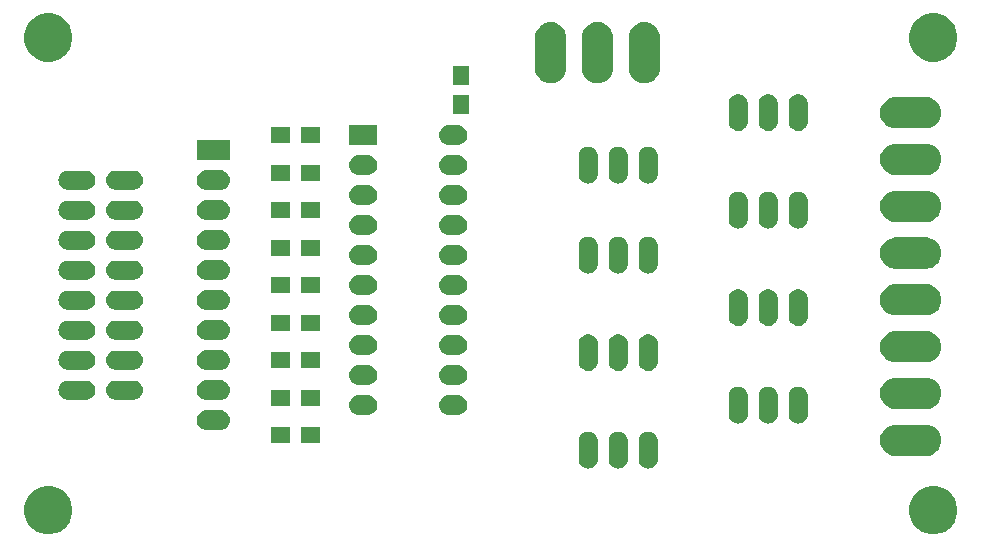
<source format=gbr>
G04 #@! TF.GenerationSoftware,KiCad,Pcbnew,5.0.2-bee76a0~70~ubuntu18.04.1*
G04 #@! TF.CreationDate,2020-04-05T13:34:11+02:00*
G04 #@! TF.ProjectId,APC_Solenoid_exp,4150435f-536f-46c6-956e-6f69645f6578,rev?*
G04 #@! TF.SameCoordinates,Original*
G04 #@! TF.FileFunction,Soldermask,Bot*
G04 #@! TF.FilePolarity,Negative*
%FSLAX46Y46*%
G04 Gerber Fmt 4.6, Leading zero omitted, Abs format (unit mm)*
G04 Created by KiCad (PCBNEW 5.0.2-bee76a0~70~ubuntu18.04.1) date So 05 Apr 2020 13:34:11 CEST*
%MOMM*%
%LPD*%
G01*
G04 APERTURE LIST*
%ADD10C,0.100000*%
G04 APERTURE END LIST*
D10*
G36*
X97118252Y-60257818D02*
X97118254Y-60257819D01*
X97118255Y-60257819D01*
X97491513Y-60412427D01*
X97491514Y-60412428D01*
X97827439Y-60636886D01*
X98113114Y-60922561D01*
X98113116Y-60922564D01*
X98337573Y-61258487D01*
X98492181Y-61631745D01*
X98571000Y-62027994D01*
X98571000Y-62432006D01*
X98492181Y-62828255D01*
X98337573Y-63201513D01*
X98337572Y-63201514D01*
X98113114Y-63537439D01*
X97827439Y-63823114D01*
X97827436Y-63823116D01*
X97491513Y-64047573D01*
X97118255Y-64202181D01*
X97118254Y-64202181D01*
X97118252Y-64202182D01*
X96722007Y-64281000D01*
X96317993Y-64281000D01*
X95921748Y-64202182D01*
X95921746Y-64202181D01*
X95921745Y-64202181D01*
X95548487Y-64047573D01*
X95212564Y-63823116D01*
X95212561Y-63823114D01*
X94926886Y-63537439D01*
X94702428Y-63201514D01*
X94702427Y-63201513D01*
X94547819Y-62828255D01*
X94469000Y-62432006D01*
X94469000Y-62027994D01*
X94547819Y-61631745D01*
X94702427Y-61258487D01*
X94926884Y-60922564D01*
X94926886Y-60922561D01*
X95212561Y-60636886D01*
X95548486Y-60412428D01*
X95548487Y-60412427D01*
X95921745Y-60257819D01*
X95921746Y-60257819D01*
X95921748Y-60257818D01*
X96317993Y-60179000D01*
X96722007Y-60179000D01*
X97118252Y-60257818D01*
X97118252Y-60257818D01*
G37*
G36*
X22188252Y-60257818D02*
X22188254Y-60257819D01*
X22188255Y-60257819D01*
X22561513Y-60412427D01*
X22561514Y-60412428D01*
X22897439Y-60636886D01*
X23183114Y-60922561D01*
X23183116Y-60922564D01*
X23407573Y-61258487D01*
X23562181Y-61631745D01*
X23641000Y-62027994D01*
X23641000Y-62432006D01*
X23562181Y-62828255D01*
X23407573Y-63201513D01*
X23407572Y-63201514D01*
X23183114Y-63537439D01*
X22897439Y-63823114D01*
X22897436Y-63823116D01*
X22561513Y-64047573D01*
X22188255Y-64202181D01*
X22188254Y-64202181D01*
X22188252Y-64202182D01*
X21792007Y-64281000D01*
X21387993Y-64281000D01*
X20991748Y-64202182D01*
X20991746Y-64202181D01*
X20991745Y-64202181D01*
X20618487Y-64047573D01*
X20282564Y-63823116D01*
X20282561Y-63823114D01*
X19996886Y-63537439D01*
X19772428Y-63201514D01*
X19772427Y-63201513D01*
X19617819Y-62828255D01*
X19539000Y-62432006D01*
X19539000Y-62027994D01*
X19617819Y-61631745D01*
X19772427Y-61258487D01*
X19996884Y-60922564D01*
X19996886Y-60922561D01*
X20282561Y-60636886D01*
X20618486Y-60412428D01*
X20618487Y-60412427D01*
X20991745Y-60257819D01*
X20991746Y-60257819D01*
X20991748Y-60257818D01*
X21387993Y-60179000D01*
X21792007Y-60179000D01*
X22188252Y-60257818D01*
X22188252Y-60257818D01*
G37*
G36*
X70007632Y-55603145D02*
X70108682Y-55633798D01*
X70159208Y-55649125D01*
X70233876Y-55689037D01*
X70298900Y-55723793D01*
X70298902Y-55723794D01*
X70298901Y-55723794D01*
X70421342Y-55824278D01*
X70521827Y-55946718D01*
X70596495Y-56086411D01*
X70611822Y-56136937D01*
X70642475Y-56237987D01*
X70654110Y-56356123D01*
X70654110Y-57943877D01*
X70642475Y-58062013D01*
X70611822Y-58163063D01*
X70596495Y-58213589D01*
X70521827Y-58353282D01*
X70421342Y-58475722D01*
X70298902Y-58576207D01*
X70159209Y-58650875D01*
X70108683Y-58666202D01*
X70007633Y-58696855D01*
X69850000Y-58712380D01*
X69692368Y-58696855D01*
X69591318Y-58666202D01*
X69540792Y-58650875D01*
X69401099Y-58576207D01*
X69278659Y-58475722D01*
X69178174Y-58353282D01*
X69103506Y-58213589D01*
X69088179Y-58163063D01*
X69057526Y-58062013D01*
X69045891Y-57943877D01*
X69045890Y-56356124D01*
X69057525Y-56237988D01*
X69103505Y-56086413D01*
X69103505Y-56086412D01*
X69178174Y-55946719D01*
X69278658Y-55824278D01*
X69401098Y-55723793D01*
X69540791Y-55649125D01*
X69591317Y-55633798D01*
X69692367Y-55603145D01*
X69850000Y-55587620D01*
X70007632Y-55603145D01*
X70007632Y-55603145D01*
G37*
G36*
X67467632Y-55603145D02*
X67568682Y-55633798D01*
X67619208Y-55649125D01*
X67693876Y-55689037D01*
X67758900Y-55723793D01*
X67758902Y-55723794D01*
X67758901Y-55723794D01*
X67881342Y-55824278D01*
X67981827Y-55946718D01*
X68056495Y-56086411D01*
X68071822Y-56136937D01*
X68102475Y-56237987D01*
X68114110Y-56356123D01*
X68114110Y-57943877D01*
X68102475Y-58062013D01*
X68071822Y-58163063D01*
X68056495Y-58213589D01*
X67981827Y-58353282D01*
X67881342Y-58475722D01*
X67758902Y-58576207D01*
X67619209Y-58650875D01*
X67568683Y-58666202D01*
X67467633Y-58696855D01*
X67310000Y-58712380D01*
X67152368Y-58696855D01*
X67051318Y-58666202D01*
X67000792Y-58650875D01*
X66861099Y-58576207D01*
X66738659Y-58475722D01*
X66638174Y-58353282D01*
X66563506Y-58213589D01*
X66548179Y-58163063D01*
X66517526Y-58062013D01*
X66505891Y-57943877D01*
X66505890Y-56356124D01*
X66517525Y-56237988D01*
X66563505Y-56086413D01*
X66563505Y-56086412D01*
X66638174Y-55946719D01*
X66738658Y-55824278D01*
X66861098Y-55723793D01*
X67000791Y-55649125D01*
X67051317Y-55633798D01*
X67152367Y-55603145D01*
X67310000Y-55587620D01*
X67467632Y-55603145D01*
X67467632Y-55603145D01*
G37*
G36*
X72547632Y-55603145D02*
X72648682Y-55633798D01*
X72699208Y-55649125D01*
X72773876Y-55689037D01*
X72838900Y-55723793D01*
X72838902Y-55723794D01*
X72838901Y-55723794D01*
X72961342Y-55824278D01*
X73061827Y-55946718D01*
X73136495Y-56086411D01*
X73151822Y-56136937D01*
X73182475Y-56237987D01*
X73194110Y-56356123D01*
X73194110Y-57943877D01*
X73182475Y-58062013D01*
X73151822Y-58163063D01*
X73136495Y-58213589D01*
X73061827Y-58353282D01*
X72961342Y-58475722D01*
X72838902Y-58576207D01*
X72699209Y-58650875D01*
X72648683Y-58666202D01*
X72547633Y-58696855D01*
X72390000Y-58712380D01*
X72232368Y-58696855D01*
X72131318Y-58666202D01*
X72080792Y-58650875D01*
X71941099Y-58576207D01*
X71818659Y-58475722D01*
X71718174Y-58353282D01*
X71643506Y-58213589D01*
X71628179Y-58163063D01*
X71597526Y-58062013D01*
X71585891Y-57943877D01*
X71585890Y-56356124D01*
X71597525Y-56237988D01*
X71643505Y-56086413D01*
X71643505Y-56086412D01*
X71718174Y-55946719D01*
X71818658Y-55824278D01*
X71941098Y-55723793D01*
X72080791Y-55649125D01*
X72131317Y-55633798D01*
X72232367Y-55603145D01*
X72390000Y-55587620D01*
X72547632Y-55603145D01*
X72547632Y-55603145D01*
G37*
G36*
X95988704Y-54994623D02*
X96143961Y-55009914D01*
X96392971Y-55085451D01*
X96392974Y-55085453D01*
X96392975Y-55085453D01*
X96622459Y-55208114D01*
X96823607Y-55373193D01*
X96988686Y-55574341D01*
X97111347Y-55803825D01*
X97111349Y-55803829D01*
X97186886Y-56052839D01*
X97212391Y-56311800D01*
X97186886Y-56570761D01*
X97111349Y-56819771D01*
X97111347Y-56819774D01*
X97111347Y-56819775D01*
X96988686Y-57049259D01*
X96823607Y-57250407D01*
X96622459Y-57415486D01*
X96392975Y-57538147D01*
X96392971Y-57538149D01*
X96143961Y-57613686D01*
X95988704Y-57628977D01*
X95949891Y-57632800D01*
X93280109Y-57632800D01*
X93241296Y-57628977D01*
X93086039Y-57613686D01*
X92837029Y-57538149D01*
X92837025Y-57538147D01*
X92607541Y-57415486D01*
X92406393Y-57250407D01*
X92241314Y-57049259D01*
X92118653Y-56819775D01*
X92118653Y-56819774D01*
X92118651Y-56819771D01*
X92043114Y-56570761D01*
X92017609Y-56311800D01*
X92043114Y-56052839D01*
X92118651Y-55803829D01*
X92118653Y-55803825D01*
X92241314Y-55574341D01*
X92406393Y-55373193D01*
X92607541Y-55208114D01*
X92837025Y-55085453D01*
X92837026Y-55085453D01*
X92837029Y-55085451D01*
X93086039Y-55009914D01*
X93241296Y-54994623D01*
X93280109Y-54990800D01*
X95949891Y-54990800D01*
X95988704Y-54994623D01*
X95988704Y-54994623D01*
G37*
G36*
X44596000Y-56556000D02*
X42994000Y-56556000D01*
X42994000Y-55204000D01*
X44596000Y-55204000D01*
X44596000Y-56556000D01*
X44596000Y-56556000D01*
G37*
G36*
X42096000Y-56556000D02*
X40494000Y-56556000D01*
X40494000Y-55204000D01*
X42096000Y-55204000D01*
X42096000Y-56556000D01*
X42096000Y-56556000D01*
G37*
G36*
X36276821Y-53771313D02*
X36276824Y-53771314D01*
X36276825Y-53771314D01*
X36437239Y-53819975D01*
X36437241Y-53819976D01*
X36437244Y-53819977D01*
X36585078Y-53898995D01*
X36714659Y-54005341D01*
X36821005Y-54134922D01*
X36900023Y-54282756D01*
X36900024Y-54282759D01*
X36900025Y-54282761D01*
X36948686Y-54443175D01*
X36948687Y-54443179D01*
X36965117Y-54610000D01*
X36948687Y-54776821D01*
X36948686Y-54776824D01*
X36948686Y-54776825D01*
X36915309Y-54886855D01*
X36900023Y-54937244D01*
X36821005Y-55085078D01*
X36714659Y-55214659D01*
X36585078Y-55321005D01*
X36437244Y-55400023D01*
X36437241Y-55400024D01*
X36437239Y-55400025D01*
X36276825Y-55448686D01*
X36276824Y-55448686D01*
X36276821Y-55448687D01*
X36151804Y-55461000D01*
X34968196Y-55461000D01*
X34843179Y-55448687D01*
X34843176Y-55448686D01*
X34843175Y-55448686D01*
X34682761Y-55400025D01*
X34682759Y-55400024D01*
X34682756Y-55400023D01*
X34534922Y-55321005D01*
X34405341Y-55214659D01*
X34298995Y-55085078D01*
X34219977Y-54937244D01*
X34204692Y-54886855D01*
X34171314Y-54776825D01*
X34171314Y-54776824D01*
X34171313Y-54776821D01*
X34154883Y-54610000D01*
X34171313Y-54443179D01*
X34171314Y-54443175D01*
X34219975Y-54282761D01*
X34219976Y-54282759D01*
X34219977Y-54282756D01*
X34298995Y-54134922D01*
X34405341Y-54005341D01*
X34534922Y-53898995D01*
X34682756Y-53819977D01*
X34682759Y-53819976D01*
X34682761Y-53819975D01*
X34843175Y-53771314D01*
X34843176Y-53771314D01*
X34843179Y-53771313D01*
X34968196Y-53759000D01*
X36151804Y-53759000D01*
X36276821Y-53771313D01*
X36276821Y-53771313D01*
G37*
G36*
X85247632Y-51793145D02*
X85348682Y-51823798D01*
X85399208Y-51839125D01*
X85473876Y-51879037D01*
X85538900Y-51913793D01*
X85538902Y-51913794D01*
X85538901Y-51913794D01*
X85661342Y-52014278D01*
X85761827Y-52136718D01*
X85836495Y-52276411D01*
X85851822Y-52326937D01*
X85882475Y-52427987D01*
X85894110Y-52546123D01*
X85894110Y-54133877D01*
X85882475Y-54252013D01*
X85851822Y-54353063D01*
X85836495Y-54403589D01*
X85761827Y-54543282D01*
X85661342Y-54665722D01*
X85538902Y-54766207D01*
X85399209Y-54840875D01*
X85348683Y-54856202D01*
X85247633Y-54886855D01*
X85090000Y-54902380D01*
X84932368Y-54886855D01*
X84831318Y-54856202D01*
X84780792Y-54840875D01*
X84641099Y-54766207D01*
X84518659Y-54665722D01*
X84418174Y-54543282D01*
X84343506Y-54403589D01*
X84328179Y-54353063D01*
X84297526Y-54252013D01*
X84285891Y-54133877D01*
X84285890Y-52546124D01*
X84297525Y-52427988D01*
X84343505Y-52276413D01*
X84343505Y-52276412D01*
X84418174Y-52136719D01*
X84518658Y-52014278D01*
X84641098Y-51913793D01*
X84780791Y-51839125D01*
X84831317Y-51823798D01*
X84932367Y-51793145D01*
X85090000Y-51777620D01*
X85247632Y-51793145D01*
X85247632Y-51793145D01*
G37*
G36*
X82707632Y-51793145D02*
X82808682Y-51823798D01*
X82859208Y-51839125D01*
X82933876Y-51879037D01*
X82998900Y-51913793D01*
X82998902Y-51913794D01*
X82998901Y-51913794D01*
X83121342Y-52014278D01*
X83221827Y-52136718D01*
X83296495Y-52276411D01*
X83311822Y-52326937D01*
X83342475Y-52427987D01*
X83354110Y-52546123D01*
X83354110Y-54133877D01*
X83342475Y-54252013D01*
X83311822Y-54353063D01*
X83296495Y-54403589D01*
X83221827Y-54543282D01*
X83121342Y-54665722D01*
X82998902Y-54766207D01*
X82859209Y-54840875D01*
X82808683Y-54856202D01*
X82707633Y-54886855D01*
X82550000Y-54902380D01*
X82392368Y-54886855D01*
X82291318Y-54856202D01*
X82240792Y-54840875D01*
X82101099Y-54766207D01*
X81978659Y-54665722D01*
X81878174Y-54543282D01*
X81803506Y-54403589D01*
X81788179Y-54353063D01*
X81757526Y-54252013D01*
X81745891Y-54133877D01*
X81745890Y-52546124D01*
X81757525Y-52427988D01*
X81803505Y-52276413D01*
X81803505Y-52276412D01*
X81878174Y-52136719D01*
X81978658Y-52014278D01*
X82101098Y-51913793D01*
X82240791Y-51839125D01*
X82291317Y-51823798D01*
X82392367Y-51793145D01*
X82550000Y-51777620D01*
X82707632Y-51793145D01*
X82707632Y-51793145D01*
G37*
G36*
X80167632Y-51793145D02*
X80268682Y-51823798D01*
X80319208Y-51839125D01*
X80393876Y-51879037D01*
X80458900Y-51913793D01*
X80458902Y-51913794D01*
X80458901Y-51913794D01*
X80581342Y-52014278D01*
X80681827Y-52136718D01*
X80756495Y-52276411D01*
X80771822Y-52326937D01*
X80802475Y-52427987D01*
X80814110Y-52546123D01*
X80814110Y-54133877D01*
X80802475Y-54252013D01*
X80771822Y-54353063D01*
X80756495Y-54403589D01*
X80681827Y-54543282D01*
X80581342Y-54665722D01*
X80458902Y-54766207D01*
X80319209Y-54840875D01*
X80268683Y-54856202D01*
X80167633Y-54886855D01*
X80010000Y-54902380D01*
X79852368Y-54886855D01*
X79751318Y-54856202D01*
X79700792Y-54840875D01*
X79561099Y-54766207D01*
X79438659Y-54665722D01*
X79338174Y-54543282D01*
X79263506Y-54403589D01*
X79248179Y-54353063D01*
X79217526Y-54252013D01*
X79205891Y-54133877D01*
X79205890Y-52546124D01*
X79217525Y-52427988D01*
X79263505Y-52276413D01*
X79263505Y-52276412D01*
X79338174Y-52136719D01*
X79438658Y-52014278D01*
X79561098Y-51913793D01*
X79700791Y-51839125D01*
X79751317Y-51823798D01*
X79852367Y-51793145D01*
X80010000Y-51777620D01*
X80167632Y-51793145D01*
X80167632Y-51793145D01*
G37*
G36*
X48779953Y-52513731D02*
X48937995Y-52561672D01*
X49083645Y-52639524D01*
X49211306Y-52744294D01*
X49316076Y-52871955D01*
X49393928Y-53017605D01*
X49441869Y-53175647D01*
X49458056Y-53340000D01*
X49441869Y-53504353D01*
X49393928Y-53662395D01*
X49316076Y-53808045D01*
X49211306Y-53935706D01*
X49083645Y-54040476D01*
X48937995Y-54118328D01*
X48779953Y-54166269D01*
X48656784Y-54178400D01*
X47863216Y-54178400D01*
X47740047Y-54166269D01*
X47582005Y-54118328D01*
X47436355Y-54040476D01*
X47308694Y-53935706D01*
X47203924Y-53808045D01*
X47126072Y-53662395D01*
X47078131Y-53504353D01*
X47061944Y-53340000D01*
X47078131Y-53175647D01*
X47126072Y-53017605D01*
X47203924Y-52871955D01*
X47308694Y-52744294D01*
X47436355Y-52639524D01*
X47582005Y-52561672D01*
X47740047Y-52513731D01*
X47863216Y-52501600D01*
X48656784Y-52501600D01*
X48779953Y-52513731D01*
X48779953Y-52513731D01*
G37*
G36*
X56399953Y-52513731D02*
X56557995Y-52561672D01*
X56703645Y-52639524D01*
X56831306Y-52744294D01*
X56936076Y-52871955D01*
X57013928Y-53017605D01*
X57061869Y-53175647D01*
X57078056Y-53340000D01*
X57061869Y-53504353D01*
X57013928Y-53662395D01*
X56936076Y-53808045D01*
X56831306Y-53935706D01*
X56703645Y-54040476D01*
X56557995Y-54118328D01*
X56399953Y-54166269D01*
X56276784Y-54178400D01*
X55483216Y-54178400D01*
X55360047Y-54166269D01*
X55202005Y-54118328D01*
X55056355Y-54040476D01*
X54928694Y-53935706D01*
X54823924Y-53808045D01*
X54746072Y-53662395D01*
X54698131Y-53504353D01*
X54681944Y-53340000D01*
X54698131Y-53175647D01*
X54746072Y-53017605D01*
X54823924Y-52871955D01*
X54928694Y-52744294D01*
X55056355Y-52639524D01*
X55202005Y-52561672D01*
X55360047Y-52513731D01*
X55483216Y-52501600D01*
X56276784Y-52501600D01*
X56399953Y-52513731D01*
X56399953Y-52513731D01*
G37*
G36*
X95988704Y-51032223D02*
X96143961Y-51047514D01*
X96392971Y-51123051D01*
X96392974Y-51123053D01*
X96392975Y-51123053D01*
X96622459Y-51245714D01*
X96823607Y-51410793D01*
X96988686Y-51611941D01*
X97111347Y-51841425D01*
X97111349Y-51841429D01*
X97186886Y-52090439D01*
X97212391Y-52349400D01*
X97186886Y-52608361D01*
X97111349Y-52857371D01*
X97111347Y-52857374D01*
X97111347Y-52857375D01*
X96988686Y-53086859D01*
X96823607Y-53288007D01*
X96622459Y-53453086D01*
X96392975Y-53575747D01*
X96392971Y-53575749D01*
X96143961Y-53651286D01*
X95988704Y-53666577D01*
X95949891Y-53670400D01*
X93280109Y-53670400D01*
X93241296Y-53666577D01*
X93086039Y-53651286D01*
X92837029Y-53575749D01*
X92837025Y-53575747D01*
X92607541Y-53453086D01*
X92406393Y-53288007D01*
X92241314Y-53086859D01*
X92118653Y-52857375D01*
X92118653Y-52857374D01*
X92118651Y-52857371D01*
X92043114Y-52608361D01*
X92017609Y-52349400D01*
X92043114Y-52090439D01*
X92118651Y-51841429D01*
X92118653Y-51841425D01*
X92241314Y-51611941D01*
X92406393Y-51410793D01*
X92607541Y-51245714D01*
X92837025Y-51123053D01*
X92837026Y-51123053D01*
X92837029Y-51123051D01*
X93086039Y-51047514D01*
X93241296Y-51032223D01*
X93280109Y-51028400D01*
X95949891Y-51028400D01*
X95988704Y-51032223D01*
X95988704Y-51032223D01*
G37*
G36*
X44596000Y-53381000D02*
X42994000Y-53381000D01*
X42994000Y-52029000D01*
X44596000Y-52029000D01*
X44596000Y-53381000D01*
X44596000Y-53381000D01*
G37*
G36*
X42096000Y-53381000D02*
X40494000Y-53381000D01*
X40494000Y-52029000D01*
X42096000Y-52029000D01*
X42096000Y-53381000D01*
X42096000Y-53381000D01*
G37*
G36*
X36276821Y-51231313D02*
X36276824Y-51231314D01*
X36276825Y-51231314D01*
X36437239Y-51279975D01*
X36437241Y-51279976D01*
X36437244Y-51279977D01*
X36585078Y-51358995D01*
X36714659Y-51465341D01*
X36821005Y-51594922D01*
X36900023Y-51742756D01*
X36900024Y-51742759D01*
X36900025Y-51742761D01*
X36948686Y-51903175D01*
X36948687Y-51903179D01*
X36965117Y-52070000D01*
X36948687Y-52236821D01*
X36948686Y-52236824D01*
X36948686Y-52236825D01*
X36905495Y-52379208D01*
X36900023Y-52397244D01*
X36821005Y-52545078D01*
X36714659Y-52674659D01*
X36585078Y-52781005D01*
X36437244Y-52860023D01*
X36437241Y-52860024D01*
X36437239Y-52860025D01*
X36276825Y-52908686D01*
X36276824Y-52908686D01*
X36276821Y-52908687D01*
X36151804Y-52921000D01*
X34968196Y-52921000D01*
X34843179Y-52908687D01*
X34843176Y-52908686D01*
X34843175Y-52908686D01*
X34682761Y-52860025D01*
X34682759Y-52860024D01*
X34682756Y-52860023D01*
X34534922Y-52781005D01*
X34405341Y-52674659D01*
X34298995Y-52545078D01*
X34219977Y-52397244D01*
X34214506Y-52379208D01*
X34171314Y-52236825D01*
X34171314Y-52236824D01*
X34171313Y-52236821D01*
X34154883Y-52070000D01*
X34171313Y-51903179D01*
X34171314Y-51903175D01*
X34219975Y-51742761D01*
X34219976Y-51742759D01*
X34219977Y-51742756D01*
X34298995Y-51594922D01*
X34405341Y-51465341D01*
X34534922Y-51358995D01*
X34682756Y-51279977D01*
X34682759Y-51279976D01*
X34682761Y-51279975D01*
X34843175Y-51231314D01*
X34843176Y-51231314D01*
X34843179Y-51231313D01*
X34968196Y-51219000D01*
X36151804Y-51219000D01*
X36276821Y-51231313D01*
X36276821Y-51231313D01*
G37*
G36*
X24830758Y-51268045D02*
X24927013Y-51277525D01*
X25028063Y-51308178D01*
X25078589Y-51323505D01*
X25218282Y-51398173D01*
X25340722Y-51498658D01*
X25441207Y-51621098D01*
X25515875Y-51760791D01*
X25515875Y-51760792D01*
X25561855Y-51912367D01*
X25577380Y-52070000D01*
X25561855Y-52227633D01*
X25531202Y-52328683D01*
X25515875Y-52379209D01*
X25441207Y-52518902D01*
X25340722Y-52641342D01*
X25218282Y-52741827D01*
X25078589Y-52816495D01*
X25028063Y-52831822D01*
X24927013Y-52862475D01*
X24848256Y-52870232D01*
X24808878Y-52874110D01*
X23221122Y-52874110D01*
X23181744Y-52870232D01*
X23102987Y-52862475D01*
X23001937Y-52831822D01*
X22951411Y-52816495D01*
X22811718Y-52741827D01*
X22689278Y-52641342D01*
X22588793Y-52518902D01*
X22514125Y-52379209D01*
X22498798Y-52328683D01*
X22468145Y-52227633D01*
X22452620Y-52070000D01*
X22468145Y-51912367D01*
X22514125Y-51760792D01*
X22514125Y-51760791D01*
X22588793Y-51621098D01*
X22689278Y-51498658D01*
X22811718Y-51398173D01*
X22951411Y-51323505D01*
X23001937Y-51308178D01*
X23102987Y-51277525D01*
X23199242Y-51268045D01*
X23221122Y-51265890D01*
X24808878Y-51265890D01*
X24830758Y-51268045D01*
X24830758Y-51268045D01*
G37*
G36*
X28870758Y-51268045D02*
X28967013Y-51277525D01*
X29068063Y-51308178D01*
X29118589Y-51323505D01*
X29258282Y-51398173D01*
X29380722Y-51498658D01*
X29481207Y-51621098D01*
X29555875Y-51760791D01*
X29555875Y-51760792D01*
X29601855Y-51912367D01*
X29617380Y-52070000D01*
X29601855Y-52227633D01*
X29571202Y-52328683D01*
X29555875Y-52379209D01*
X29481207Y-52518902D01*
X29380722Y-52641342D01*
X29258282Y-52741827D01*
X29118589Y-52816495D01*
X29068063Y-52831822D01*
X28967013Y-52862475D01*
X28888256Y-52870232D01*
X28848878Y-52874110D01*
X27261122Y-52874110D01*
X27221744Y-52870232D01*
X27142987Y-52862475D01*
X27041937Y-52831822D01*
X26991411Y-52816495D01*
X26851718Y-52741827D01*
X26729278Y-52641342D01*
X26628793Y-52518902D01*
X26554125Y-52379209D01*
X26538798Y-52328683D01*
X26508145Y-52227633D01*
X26492620Y-52070000D01*
X26508145Y-51912367D01*
X26554125Y-51760792D01*
X26554125Y-51760791D01*
X26628793Y-51621098D01*
X26729278Y-51498658D01*
X26851718Y-51398173D01*
X26991411Y-51323505D01*
X27041937Y-51308178D01*
X27142987Y-51277525D01*
X27239242Y-51268045D01*
X27261122Y-51265890D01*
X28848878Y-51265890D01*
X28870758Y-51268045D01*
X28870758Y-51268045D01*
G37*
G36*
X56399953Y-49973731D02*
X56557995Y-50021672D01*
X56703645Y-50099524D01*
X56831306Y-50204294D01*
X56936076Y-50331955D01*
X57013928Y-50477605D01*
X57061869Y-50635647D01*
X57078056Y-50800000D01*
X57061869Y-50964353D01*
X57013928Y-51122395D01*
X56936076Y-51268045D01*
X56831306Y-51395706D01*
X56703645Y-51500476D01*
X56557995Y-51578328D01*
X56399953Y-51626269D01*
X56276784Y-51638400D01*
X55483216Y-51638400D01*
X55360047Y-51626269D01*
X55202005Y-51578328D01*
X55056355Y-51500476D01*
X54928694Y-51395706D01*
X54823924Y-51268045D01*
X54746072Y-51122395D01*
X54698131Y-50964353D01*
X54681944Y-50800000D01*
X54698131Y-50635647D01*
X54746072Y-50477605D01*
X54823924Y-50331955D01*
X54928694Y-50204294D01*
X55056355Y-50099524D01*
X55202005Y-50021672D01*
X55360047Y-49973731D01*
X55483216Y-49961600D01*
X56276784Y-49961600D01*
X56399953Y-49973731D01*
X56399953Y-49973731D01*
G37*
G36*
X48779953Y-49973731D02*
X48937995Y-50021672D01*
X49083645Y-50099524D01*
X49211306Y-50204294D01*
X49316076Y-50331955D01*
X49393928Y-50477605D01*
X49441869Y-50635647D01*
X49458056Y-50800000D01*
X49441869Y-50964353D01*
X49393928Y-51122395D01*
X49316076Y-51268045D01*
X49211306Y-51395706D01*
X49083645Y-51500476D01*
X48937995Y-51578328D01*
X48779953Y-51626269D01*
X48656784Y-51638400D01*
X47863216Y-51638400D01*
X47740047Y-51626269D01*
X47582005Y-51578328D01*
X47436355Y-51500476D01*
X47308694Y-51395706D01*
X47203924Y-51268045D01*
X47126072Y-51122395D01*
X47078131Y-50964353D01*
X47061944Y-50800000D01*
X47078131Y-50635647D01*
X47126072Y-50477605D01*
X47203924Y-50331955D01*
X47308694Y-50204294D01*
X47436355Y-50099524D01*
X47582005Y-50021672D01*
X47740047Y-49973731D01*
X47863216Y-49961600D01*
X48656784Y-49961600D01*
X48779953Y-49973731D01*
X48779953Y-49973731D01*
G37*
G36*
X67467632Y-47348145D02*
X67568682Y-47378798D01*
X67619208Y-47394125D01*
X67670609Y-47421600D01*
X67758900Y-47468793D01*
X67758902Y-47468794D01*
X67758901Y-47468794D01*
X67881342Y-47569278D01*
X67981827Y-47691718D01*
X68056495Y-47831411D01*
X68059404Y-47841000D01*
X68102475Y-47982987D01*
X68102475Y-47982989D01*
X68113571Y-48095645D01*
X68114110Y-48101123D01*
X68114110Y-49688877D01*
X68102475Y-49807013D01*
X68071822Y-49908063D01*
X68056495Y-49958589D01*
X67981827Y-50098282D01*
X67881342Y-50220722D01*
X67758902Y-50321207D01*
X67619209Y-50395875D01*
X67568683Y-50411202D01*
X67467633Y-50441855D01*
X67310000Y-50457380D01*
X67152368Y-50441855D01*
X67051318Y-50411202D01*
X67000792Y-50395875D01*
X66861099Y-50321207D01*
X66738659Y-50220722D01*
X66638174Y-50098282D01*
X66563506Y-49958589D01*
X66548179Y-49908063D01*
X66517526Y-49807013D01*
X66505891Y-49688877D01*
X66505890Y-48101124D01*
X66517525Y-47982988D01*
X66563505Y-47831413D01*
X66563505Y-47831412D01*
X66638174Y-47691719D01*
X66662706Y-47661827D01*
X66738658Y-47569278D01*
X66750544Y-47559523D01*
X66861098Y-47468793D01*
X67000791Y-47394125D01*
X67051317Y-47378798D01*
X67152367Y-47348145D01*
X67310000Y-47332620D01*
X67467632Y-47348145D01*
X67467632Y-47348145D01*
G37*
G36*
X70007632Y-47348145D02*
X70108682Y-47378798D01*
X70159208Y-47394125D01*
X70210609Y-47421600D01*
X70298900Y-47468793D01*
X70298902Y-47468794D01*
X70298901Y-47468794D01*
X70421342Y-47569278D01*
X70521827Y-47691718D01*
X70596495Y-47831411D01*
X70599404Y-47841000D01*
X70642475Y-47982987D01*
X70642475Y-47982989D01*
X70653571Y-48095645D01*
X70654110Y-48101123D01*
X70654110Y-49688877D01*
X70642475Y-49807013D01*
X70611822Y-49908063D01*
X70596495Y-49958589D01*
X70521827Y-50098282D01*
X70421342Y-50220722D01*
X70298902Y-50321207D01*
X70159209Y-50395875D01*
X70108683Y-50411202D01*
X70007633Y-50441855D01*
X69850000Y-50457380D01*
X69692368Y-50441855D01*
X69591318Y-50411202D01*
X69540792Y-50395875D01*
X69401099Y-50321207D01*
X69278659Y-50220722D01*
X69178174Y-50098282D01*
X69103506Y-49958589D01*
X69088179Y-49908063D01*
X69057526Y-49807013D01*
X69045891Y-49688877D01*
X69045890Y-48101124D01*
X69057525Y-47982988D01*
X69103505Y-47831413D01*
X69103505Y-47831412D01*
X69178174Y-47691719D01*
X69202706Y-47661827D01*
X69278658Y-47569278D01*
X69290544Y-47559523D01*
X69401098Y-47468793D01*
X69540791Y-47394125D01*
X69591317Y-47378798D01*
X69692367Y-47348145D01*
X69850000Y-47332620D01*
X70007632Y-47348145D01*
X70007632Y-47348145D01*
G37*
G36*
X72547632Y-47348145D02*
X72648682Y-47378798D01*
X72699208Y-47394125D01*
X72750609Y-47421600D01*
X72838900Y-47468793D01*
X72838902Y-47468794D01*
X72838901Y-47468794D01*
X72961342Y-47569278D01*
X73061827Y-47691718D01*
X73136495Y-47831411D01*
X73139404Y-47841000D01*
X73182475Y-47982987D01*
X73182475Y-47982989D01*
X73193571Y-48095645D01*
X73194110Y-48101123D01*
X73194110Y-49688877D01*
X73182475Y-49807013D01*
X73151822Y-49908063D01*
X73136495Y-49958589D01*
X73061827Y-50098282D01*
X72961342Y-50220722D01*
X72838902Y-50321207D01*
X72699209Y-50395875D01*
X72648683Y-50411202D01*
X72547633Y-50441855D01*
X72390000Y-50457380D01*
X72232368Y-50441855D01*
X72131318Y-50411202D01*
X72080792Y-50395875D01*
X71941099Y-50321207D01*
X71818659Y-50220722D01*
X71718174Y-50098282D01*
X71643506Y-49958589D01*
X71628179Y-49908063D01*
X71597526Y-49807013D01*
X71585891Y-49688877D01*
X71585890Y-48101124D01*
X71597525Y-47982988D01*
X71643505Y-47831413D01*
X71643505Y-47831412D01*
X71718174Y-47691719D01*
X71742706Y-47661827D01*
X71818658Y-47569278D01*
X71830544Y-47559523D01*
X71941098Y-47468793D01*
X72080791Y-47394125D01*
X72131317Y-47378798D01*
X72232367Y-47348145D01*
X72390000Y-47332620D01*
X72547632Y-47348145D01*
X72547632Y-47348145D01*
G37*
G36*
X36276821Y-48691313D02*
X36276824Y-48691314D01*
X36276825Y-48691314D01*
X36437239Y-48739975D01*
X36437241Y-48739976D01*
X36437244Y-48739977D01*
X36585078Y-48818995D01*
X36714659Y-48925341D01*
X36821005Y-49054922D01*
X36900023Y-49202756D01*
X36900024Y-49202759D01*
X36900025Y-49202761D01*
X36937290Y-49325607D01*
X36948687Y-49363179D01*
X36965117Y-49530000D01*
X36948687Y-49696821D01*
X36948686Y-49696824D01*
X36948686Y-49696825D01*
X36905495Y-49839208D01*
X36900023Y-49857244D01*
X36821005Y-50005078D01*
X36714659Y-50134659D01*
X36585078Y-50241005D01*
X36437244Y-50320023D01*
X36437241Y-50320024D01*
X36437239Y-50320025D01*
X36276825Y-50368686D01*
X36276824Y-50368686D01*
X36276821Y-50368687D01*
X36151804Y-50381000D01*
X34968196Y-50381000D01*
X34843179Y-50368687D01*
X34843176Y-50368686D01*
X34843175Y-50368686D01*
X34682761Y-50320025D01*
X34682759Y-50320024D01*
X34682756Y-50320023D01*
X34534922Y-50241005D01*
X34405341Y-50134659D01*
X34298995Y-50005078D01*
X34219977Y-49857244D01*
X34214506Y-49839208D01*
X34171314Y-49696825D01*
X34171314Y-49696824D01*
X34171313Y-49696821D01*
X34154883Y-49530000D01*
X34171313Y-49363179D01*
X34182710Y-49325607D01*
X34219975Y-49202761D01*
X34219976Y-49202759D01*
X34219977Y-49202756D01*
X34298995Y-49054922D01*
X34405341Y-48925341D01*
X34534922Y-48818995D01*
X34682756Y-48739977D01*
X34682759Y-48739976D01*
X34682761Y-48739975D01*
X34843175Y-48691314D01*
X34843176Y-48691314D01*
X34843179Y-48691313D01*
X34968196Y-48679000D01*
X36151804Y-48679000D01*
X36276821Y-48691313D01*
X36276821Y-48691313D01*
G37*
G36*
X28870758Y-48728045D02*
X28967013Y-48737525D01*
X29068063Y-48768178D01*
X29118589Y-48783505D01*
X29258282Y-48858173D01*
X29380722Y-48958658D01*
X29481207Y-49081098D01*
X29555875Y-49220791D01*
X29555875Y-49220792D01*
X29601855Y-49372367D01*
X29617380Y-49530000D01*
X29601855Y-49687633D01*
X29571202Y-49788683D01*
X29555875Y-49839209D01*
X29481207Y-49978902D01*
X29380722Y-50101342D01*
X29258282Y-50201827D01*
X29118589Y-50276495D01*
X29068063Y-50291822D01*
X28967013Y-50322475D01*
X28888256Y-50330232D01*
X28848878Y-50334110D01*
X27261122Y-50334110D01*
X27221744Y-50330232D01*
X27142987Y-50322475D01*
X27041937Y-50291822D01*
X26991411Y-50276495D01*
X26851718Y-50201827D01*
X26729278Y-50101342D01*
X26628793Y-49978902D01*
X26554125Y-49839209D01*
X26538798Y-49788683D01*
X26508145Y-49687633D01*
X26492620Y-49530000D01*
X26508145Y-49372367D01*
X26554125Y-49220792D01*
X26554125Y-49220791D01*
X26628793Y-49081098D01*
X26729278Y-48958658D01*
X26851718Y-48858173D01*
X26991411Y-48783505D01*
X27041937Y-48768178D01*
X27142987Y-48737525D01*
X27239242Y-48728045D01*
X27261122Y-48725890D01*
X28848878Y-48725890D01*
X28870758Y-48728045D01*
X28870758Y-48728045D01*
G37*
G36*
X24830758Y-48728045D02*
X24927013Y-48737525D01*
X25028063Y-48768178D01*
X25078589Y-48783505D01*
X25218282Y-48858173D01*
X25340722Y-48958658D01*
X25441207Y-49081098D01*
X25515875Y-49220791D01*
X25515875Y-49220792D01*
X25561855Y-49372367D01*
X25577380Y-49530000D01*
X25561855Y-49687633D01*
X25531202Y-49788683D01*
X25515875Y-49839209D01*
X25441207Y-49978902D01*
X25340722Y-50101342D01*
X25218282Y-50201827D01*
X25078589Y-50276495D01*
X25028063Y-50291822D01*
X24927013Y-50322475D01*
X24848256Y-50330232D01*
X24808878Y-50334110D01*
X23221122Y-50334110D01*
X23181744Y-50330232D01*
X23102987Y-50322475D01*
X23001937Y-50291822D01*
X22951411Y-50276495D01*
X22811718Y-50201827D01*
X22689278Y-50101342D01*
X22588793Y-49978902D01*
X22514125Y-49839209D01*
X22498798Y-49788683D01*
X22468145Y-49687633D01*
X22452620Y-49530000D01*
X22468145Y-49372367D01*
X22514125Y-49220792D01*
X22514125Y-49220791D01*
X22588793Y-49081098D01*
X22689278Y-48958658D01*
X22811718Y-48858173D01*
X22951411Y-48783505D01*
X23001937Y-48768178D01*
X23102987Y-48737525D01*
X23199242Y-48728045D01*
X23221122Y-48725890D01*
X24808878Y-48725890D01*
X24830758Y-48728045D01*
X24830758Y-48728045D01*
G37*
G36*
X44596000Y-50206000D02*
X42994000Y-50206000D01*
X42994000Y-48854000D01*
X44596000Y-48854000D01*
X44596000Y-50206000D01*
X44596000Y-50206000D01*
G37*
G36*
X42096000Y-50206000D02*
X40494000Y-50206000D01*
X40494000Y-48854000D01*
X42096000Y-48854000D01*
X42096000Y-50206000D01*
X42096000Y-50206000D01*
G37*
G36*
X95988704Y-47069823D02*
X96143961Y-47085114D01*
X96392971Y-47160651D01*
X96392974Y-47160653D01*
X96392975Y-47160653D01*
X96622459Y-47283314D01*
X96823607Y-47448393D01*
X96988686Y-47649541D01*
X97059740Y-47782475D01*
X97111349Y-47879029D01*
X97186886Y-48128039D01*
X97212391Y-48387000D01*
X97186886Y-48645961D01*
X97111349Y-48894971D01*
X97111347Y-48894974D01*
X97111347Y-48894975D01*
X96988686Y-49124459D01*
X96823607Y-49325607D01*
X96622459Y-49490686D01*
X96392975Y-49613347D01*
X96392971Y-49613349D01*
X96143961Y-49688886D01*
X95988704Y-49704177D01*
X95949891Y-49708000D01*
X93280109Y-49708000D01*
X93241296Y-49704177D01*
X93086039Y-49688886D01*
X92837029Y-49613349D01*
X92837025Y-49613347D01*
X92607541Y-49490686D01*
X92406393Y-49325607D01*
X92241314Y-49124459D01*
X92118653Y-48894975D01*
X92118653Y-48894974D01*
X92118651Y-48894971D01*
X92043114Y-48645961D01*
X92017609Y-48387000D01*
X92043114Y-48128039D01*
X92118651Y-47879029D01*
X92170260Y-47782475D01*
X92241314Y-47649541D01*
X92406393Y-47448393D01*
X92607541Y-47283314D01*
X92837025Y-47160653D01*
X92837026Y-47160653D01*
X92837029Y-47160651D01*
X93086039Y-47085114D01*
X93241296Y-47069823D01*
X93280109Y-47066000D01*
X95949891Y-47066000D01*
X95988704Y-47069823D01*
X95988704Y-47069823D01*
G37*
G36*
X48779953Y-47433731D02*
X48937995Y-47481672D01*
X49083645Y-47559524D01*
X49211306Y-47664294D01*
X49316076Y-47791955D01*
X49393928Y-47937605D01*
X49441869Y-48095647D01*
X49458056Y-48260000D01*
X49441869Y-48424353D01*
X49393928Y-48582395D01*
X49316076Y-48728045D01*
X49211306Y-48855706D01*
X49083645Y-48960476D01*
X48937995Y-49038328D01*
X48779953Y-49086269D01*
X48656784Y-49098400D01*
X47863216Y-49098400D01*
X47740047Y-49086269D01*
X47582005Y-49038328D01*
X47436355Y-48960476D01*
X47308694Y-48855706D01*
X47203924Y-48728045D01*
X47126072Y-48582395D01*
X47078131Y-48424353D01*
X47061944Y-48260000D01*
X47078131Y-48095647D01*
X47126072Y-47937605D01*
X47203924Y-47791955D01*
X47308694Y-47664294D01*
X47436355Y-47559524D01*
X47582005Y-47481672D01*
X47740047Y-47433731D01*
X47863216Y-47421600D01*
X48656784Y-47421600D01*
X48779953Y-47433731D01*
X48779953Y-47433731D01*
G37*
G36*
X56399953Y-47433731D02*
X56557995Y-47481672D01*
X56703645Y-47559524D01*
X56831306Y-47664294D01*
X56936076Y-47791955D01*
X57013928Y-47937605D01*
X57061869Y-48095647D01*
X57078056Y-48260000D01*
X57061869Y-48424353D01*
X57013928Y-48582395D01*
X56936076Y-48728045D01*
X56831306Y-48855706D01*
X56703645Y-48960476D01*
X56557995Y-49038328D01*
X56399953Y-49086269D01*
X56276784Y-49098400D01*
X55483216Y-49098400D01*
X55360047Y-49086269D01*
X55202005Y-49038328D01*
X55056355Y-48960476D01*
X54928694Y-48855706D01*
X54823924Y-48728045D01*
X54746072Y-48582395D01*
X54698131Y-48424353D01*
X54681944Y-48260000D01*
X54698131Y-48095647D01*
X54746072Y-47937605D01*
X54823924Y-47791955D01*
X54928694Y-47664294D01*
X55056355Y-47559524D01*
X55202005Y-47481672D01*
X55360047Y-47433731D01*
X55483216Y-47421600D01*
X56276784Y-47421600D01*
X56399953Y-47433731D01*
X56399953Y-47433731D01*
G37*
G36*
X36276821Y-46151313D02*
X36276824Y-46151314D01*
X36276825Y-46151314D01*
X36437239Y-46199975D01*
X36437241Y-46199976D01*
X36437244Y-46199977D01*
X36585078Y-46278995D01*
X36714659Y-46385341D01*
X36821005Y-46514922D01*
X36900023Y-46662756D01*
X36900024Y-46662759D01*
X36900025Y-46662761D01*
X36948686Y-46823175D01*
X36948687Y-46823179D01*
X36965117Y-46990000D01*
X36948687Y-47156821D01*
X36948686Y-47156824D01*
X36948686Y-47156825D01*
X36905495Y-47299208D01*
X36900023Y-47317244D01*
X36821005Y-47465078D01*
X36714659Y-47594659D01*
X36585078Y-47701005D01*
X36437244Y-47780023D01*
X36437241Y-47780024D01*
X36437239Y-47780025D01*
X36276825Y-47828686D01*
X36276824Y-47828686D01*
X36276821Y-47828687D01*
X36151804Y-47841000D01*
X34968196Y-47841000D01*
X34843179Y-47828687D01*
X34843176Y-47828686D01*
X34843175Y-47828686D01*
X34682761Y-47780025D01*
X34682759Y-47780024D01*
X34682756Y-47780023D01*
X34534922Y-47701005D01*
X34405341Y-47594659D01*
X34298995Y-47465078D01*
X34219977Y-47317244D01*
X34214506Y-47299208D01*
X34171314Y-47156825D01*
X34171314Y-47156824D01*
X34171313Y-47156821D01*
X34154883Y-46990000D01*
X34171313Y-46823179D01*
X34171314Y-46823175D01*
X34219975Y-46662761D01*
X34219976Y-46662759D01*
X34219977Y-46662756D01*
X34298995Y-46514922D01*
X34405341Y-46385341D01*
X34534922Y-46278995D01*
X34682756Y-46199977D01*
X34682759Y-46199976D01*
X34682761Y-46199975D01*
X34843175Y-46151314D01*
X34843176Y-46151314D01*
X34843179Y-46151313D01*
X34968196Y-46139000D01*
X36151804Y-46139000D01*
X36276821Y-46151313D01*
X36276821Y-46151313D01*
G37*
G36*
X24830758Y-46188045D02*
X24927013Y-46197525D01*
X25028063Y-46228178D01*
X25078589Y-46243505D01*
X25218282Y-46318173D01*
X25340722Y-46418658D01*
X25441207Y-46541098D01*
X25515875Y-46680791D01*
X25515875Y-46680792D01*
X25561855Y-46832367D01*
X25577380Y-46990000D01*
X25561855Y-47147633D01*
X25557905Y-47160653D01*
X25515875Y-47299209D01*
X25441207Y-47438902D01*
X25340722Y-47561342D01*
X25218282Y-47661827D01*
X25078589Y-47736495D01*
X25028063Y-47751822D01*
X24927013Y-47782475D01*
X24848256Y-47790232D01*
X24808878Y-47794110D01*
X23221122Y-47794110D01*
X23181744Y-47790232D01*
X23102987Y-47782475D01*
X23001937Y-47751822D01*
X22951411Y-47736495D01*
X22811718Y-47661827D01*
X22689278Y-47561342D01*
X22588793Y-47438902D01*
X22514125Y-47299209D01*
X22472095Y-47160653D01*
X22468145Y-47147633D01*
X22452620Y-46990000D01*
X22468145Y-46832367D01*
X22514125Y-46680792D01*
X22514125Y-46680791D01*
X22588793Y-46541098D01*
X22689278Y-46418658D01*
X22811718Y-46318173D01*
X22951411Y-46243505D01*
X23001937Y-46228178D01*
X23102987Y-46197525D01*
X23199242Y-46188045D01*
X23221122Y-46185890D01*
X24808878Y-46185890D01*
X24830758Y-46188045D01*
X24830758Y-46188045D01*
G37*
G36*
X28870758Y-46188045D02*
X28967013Y-46197525D01*
X29068063Y-46228178D01*
X29118589Y-46243505D01*
X29258282Y-46318173D01*
X29380722Y-46418658D01*
X29481207Y-46541098D01*
X29555875Y-46680791D01*
X29555875Y-46680792D01*
X29601855Y-46832367D01*
X29617380Y-46990000D01*
X29601855Y-47147633D01*
X29597905Y-47160653D01*
X29555875Y-47299209D01*
X29481207Y-47438902D01*
X29380722Y-47561342D01*
X29258282Y-47661827D01*
X29118589Y-47736495D01*
X29068063Y-47751822D01*
X28967013Y-47782475D01*
X28888256Y-47790232D01*
X28848878Y-47794110D01*
X27261122Y-47794110D01*
X27221744Y-47790232D01*
X27142987Y-47782475D01*
X27041937Y-47751822D01*
X26991411Y-47736495D01*
X26851718Y-47661827D01*
X26729278Y-47561342D01*
X26628793Y-47438902D01*
X26554125Y-47299209D01*
X26512095Y-47160653D01*
X26508145Y-47147633D01*
X26492620Y-46990000D01*
X26508145Y-46832367D01*
X26554125Y-46680792D01*
X26554125Y-46680791D01*
X26628793Y-46541098D01*
X26729278Y-46418658D01*
X26851718Y-46318173D01*
X26991411Y-46243505D01*
X27041937Y-46228178D01*
X27142987Y-46197525D01*
X27239242Y-46188045D01*
X27261122Y-46185890D01*
X28848878Y-46185890D01*
X28870758Y-46188045D01*
X28870758Y-46188045D01*
G37*
G36*
X44596000Y-47031000D02*
X42994000Y-47031000D01*
X42994000Y-45679000D01*
X44596000Y-45679000D01*
X44596000Y-47031000D01*
X44596000Y-47031000D01*
G37*
G36*
X42096000Y-47031000D02*
X40494000Y-47031000D01*
X40494000Y-45679000D01*
X42096000Y-45679000D01*
X42096000Y-47031000D01*
X42096000Y-47031000D01*
G37*
G36*
X82707632Y-43538145D02*
X82808682Y-43568798D01*
X82859208Y-43584125D01*
X82910072Y-43611313D01*
X82998900Y-43658793D01*
X82998902Y-43658794D01*
X82998901Y-43658794D01*
X83121342Y-43759278D01*
X83221827Y-43881718D01*
X83296495Y-44021411D01*
X83311822Y-44071937D01*
X83342475Y-44172987D01*
X83342475Y-44172989D01*
X83354110Y-44291122D01*
X83354110Y-45878878D01*
X83350232Y-45918256D01*
X83342475Y-45997013D01*
X83328708Y-46042395D01*
X83296495Y-46148589D01*
X83221827Y-46288282D01*
X83121342Y-46410722D01*
X82998902Y-46511207D01*
X82859209Y-46585875D01*
X82808683Y-46601202D01*
X82707633Y-46631855D01*
X82550000Y-46647380D01*
X82392368Y-46631855D01*
X82291318Y-46601202D01*
X82240792Y-46585875D01*
X82101099Y-46511207D01*
X81978659Y-46410722D01*
X81878174Y-46288282D01*
X81803506Y-46148589D01*
X81771293Y-46042395D01*
X81757526Y-45997013D01*
X81749769Y-45918256D01*
X81745891Y-45878878D01*
X81745890Y-44291123D01*
X81757525Y-44172990D01*
X81757525Y-44172988D01*
X81803505Y-44021413D01*
X81803505Y-44021412D01*
X81878174Y-43881719D01*
X81978658Y-43759278D01*
X82101098Y-43658793D01*
X82240791Y-43584125D01*
X82291317Y-43568798D01*
X82392367Y-43538145D01*
X82550000Y-43522620D01*
X82707632Y-43538145D01*
X82707632Y-43538145D01*
G37*
G36*
X85247632Y-43538145D02*
X85348682Y-43568798D01*
X85399208Y-43584125D01*
X85450072Y-43611313D01*
X85538900Y-43658793D01*
X85538902Y-43658794D01*
X85538901Y-43658794D01*
X85661342Y-43759278D01*
X85761827Y-43881718D01*
X85836495Y-44021411D01*
X85851822Y-44071937D01*
X85882475Y-44172987D01*
X85882475Y-44172989D01*
X85894110Y-44291122D01*
X85894110Y-45878878D01*
X85890232Y-45918256D01*
X85882475Y-45997013D01*
X85868708Y-46042395D01*
X85836495Y-46148589D01*
X85761827Y-46288282D01*
X85661342Y-46410722D01*
X85538902Y-46511207D01*
X85399209Y-46585875D01*
X85348683Y-46601202D01*
X85247633Y-46631855D01*
X85090000Y-46647380D01*
X84932368Y-46631855D01*
X84831318Y-46601202D01*
X84780792Y-46585875D01*
X84641099Y-46511207D01*
X84518659Y-46410722D01*
X84418174Y-46288282D01*
X84343506Y-46148589D01*
X84311293Y-46042395D01*
X84297526Y-45997013D01*
X84289769Y-45918256D01*
X84285891Y-45878878D01*
X84285890Y-44291123D01*
X84297525Y-44172990D01*
X84297525Y-44172988D01*
X84343505Y-44021413D01*
X84343505Y-44021412D01*
X84418174Y-43881719D01*
X84518658Y-43759278D01*
X84641098Y-43658793D01*
X84780791Y-43584125D01*
X84831317Y-43568798D01*
X84932367Y-43538145D01*
X85090000Y-43522620D01*
X85247632Y-43538145D01*
X85247632Y-43538145D01*
G37*
G36*
X80167632Y-43538145D02*
X80268682Y-43568798D01*
X80319208Y-43584125D01*
X80370072Y-43611313D01*
X80458900Y-43658793D01*
X80458902Y-43658794D01*
X80458901Y-43658794D01*
X80581342Y-43759278D01*
X80681827Y-43881718D01*
X80756495Y-44021411D01*
X80771822Y-44071937D01*
X80802475Y-44172987D01*
X80802475Y-44172989D01*
X80814110Y-44291122D01*
X80814110Y-45878878D01*
X80810232Y-45918256D01*
X80802475Y-45997013D01*
X80788708Y-46042395D01*
X80756495Y-46148589D01*
X80681827Y-46288282D01*
X80581342Y-46410722D01*
X80458902Y-46511207D01*
X80319209Y-46585875D01*
X80268683Y-46601202D01*
X80167633Y-46631855D01*
X80010000Y-46647380D01*
X79852368Y-46631855D01*
X79751318Y-46601202D01*
X79700792Y-46585875D01*
X79561099Y-46511207D01*
X79438659Y-46410722D01*
X79338174Y-46288282D01*
X79263506Y-46148589D01*
X79231293Y-46042395D01*
X79217526Y-45997013D01*
X79209769Y-45918256D01*
X79205891Y-45878878D01*
X79205890Y-44291123D01*
X79217525Y-44172990D01*
X79217525Y-44172988D01*
X79263505Y-44021413D01*
X79263505Y-44021412D01*
X79338174Y-43881719D01*
X79438658Y-43759278D01*
X79561098Y-43658793D01*
X79700791Y-43584125D01*
X79751317Y-43568798D01*
X79852367Y-43538145D01*
X80010000Y-43522620D01*
X80167632Y-43538145D01*
X80167632Y-43538145D01*
G37*
G36*
X48779953Y-44893731D02*
X48937995Y-44941672D01*
X49083645Y-45019524D01*
X49211306Y-45124294D01*
X49316076Y-45251955D01*
X49393928Y-45397605D01*
X49441869Y-45555647D01*
X49458056Y-45720000D01*
X49441869Y-45884353D01*
X49393928Y-46042395D01*
X49316076Y-46188045D01*
X49211306Y-46315706D01*
X49083645Y-46420476D01*
X48937995Y-46498328D01*
X48779953Y-46546269D01*
X48656784Y-46558400D01*
X47863216Y-46558400D01*
X47740047Y-46546269D01*
X47582005Y-46498328D01*
X47436355Y-46420476D01*
X47308694Y-46315706D01*
X47203924Y-46188045D01*
X47126072Y-46042395D01*
X47078131Y-45884353D01*
X47061944Y-45720000D01*
X47078131Y-45555647D01*
X47126072Y-45397605D01*
X47203924Y-45251955D01*
X47308694Y-45124294D01*
X47436355Y-45019524D01*
X47582005Y-44941672D01*
X47740047Y-44893731D01*
X47863216Y-44881600D01*
X48656784Y-44881600D01*
X48779953Y-44893731D01*
X48779953Y-44893731D01*
G37*
G36*
X56399953Y-44893731D02*
X56557995Y-44941672D01*
X56703645Y-45019524D01*
X56831306Y-45124294D01*
X56936076Y-45251955D01*
X57013928Y-45397605D01*
X57061869Y-45555647D01*
X57078056Y-45720000D01*
X57061869Y-45884353D01*
X57013928Y-46042395D01*
X56936076Y-46188045D01*
X56831306Y-46315706D01*
X56703645Y-46420476D01*
X56557995Y-46498328D01*
X56399953Y-46546269D01*
X56276784Y-46558400D01*
X55483216Y-46558400D01*
X55360047Y-46546269D01*
X55202005Y-46498328D01*
X55056355Y-46420476D01*
X54928694Y-46315706D01*
X54823924Y-46188045D01*
X54746072Y-46042395D01*
X54698131Y-45884353D01*
X54681944Y-45720000D01*
X54698131Y-45555647D01*
X54746072Y-45397605D01*
X54823924Y-45251955D01*
X54928694Y-45124294D01*
X55056355Y-45019524D01*
X55202005Y-44941672D01*
X55360047Y-44893731D01*
X55483216Y-44881600D01*
X56276784Y-44881600D01*
X56399953Y-44893731D01*
X56399953Y-44893731D01*
G37*
G36*
X95988704Y-43107423D02*
X96143961Y-43122714D01*
X96392971Y-43198251D01*
X96392974Y-43198253D01*
X96392975Y-43198253D01*
X96622459Y-43320914D01*
X96823607Y-43485993D01*
X96988686Y-43687141D01*
X97092689Y-43881718D01*
X97111349Y-43916629D01*
X97186886Y-44165639D01*
X97212391Y-44424600D01*
X97186886Y-44683561D01*
X97111349Y-44932571D01*
X97111347Y-44932574D01*
X97111347Y-44932575D01*
X96988686Y-45162059D01*
X96823607Y-45363207D01*
X96622459Y-45528286D01*
X96392975Y-45650947D01*
X96392971Y-45650949D01*
X96143961Y-45726486D01*
X95988704Y-45741777D01*
X95949891Y-45745600D01*
X93280109Y-45745600D01*
X93241296Y-45741777D01*
X93086039Y-45726486D01*
X92837029Y-45650949D01*
X92837025Y-45650947D01*
X92607541Y-45528286D01*
X92406393Y-45363207D01*
X92241314Y-45162059D01*
X92118653Y-44932575D01*
X92118653Y-44932574D01*
X92118651Y-44932571D01*
X92043114Y-44683561D01*
X92017609Y-44424600D01*
X92043114Y-44165639D01*
X92118651Y-43916629D01*
X92137311Y-43881718D01*
X92241314Y-43687141D01*
X92406393Y-43485993D01*
X92607541Y-43320914D01*
X92837025Y-43198253D01*
X92837026Y-43198253D01*
X92837029Y-43198251D01*
X93086039Y-43122714D01*
X93241296Y-43107423D01*
X93280109Y-43103600D01*
X95949891Y-43103600D01*
X95988704Y-43107423D01*
X95988704Y-43107423D01*
G37*
G36*
X36276821Y-43611313D02*
X36276824Y-43611314D01*
X36276825Y-43611314D01*
X36437239Y-43659975D01*
X36437241Y-43659976D01*
X36437244Y-43659977D01*
X36585078Y-43738995D01*
X36714659Y-43845341D01*
X36821005Y-43974922D01*
X36900023Y-44122756D01*
X36900024Y-44122759D01*
X36900025Y-44122761D01*
X36948686Y-44283175D01*
X36948687Y-44283179D01*
X36965117Y-44450000D01*
X36948687Y-44616821D01*
X36948686Y-44616824D01*
X36948686Y-44616825D01*
X36905495Y-44759208D01*
X36900023Y-44777244D01*
X36821005Y-44925078D01*
X36714659Y-45054659D01*
X36585078Y-45161005D01*
X36437244Y-45240023D01*
X36437241Y-45240024D01*
X36437239Y-45240025D01*
X36276825Y-45288686D01*
X36276824Y-45288686D01*
X36276821Y-45288687D01*
X36151804Y-45301000D01*
X34968196Y-45301000D01*
X34843179Y-45288687D01*
X34843176Y-45288686D01*
X34843175Y-45288686D01*
X34682761Y-45240025D01*
X34682759Y-45240024D01*
X34682756Y-45240023D01*
X34534922Y-45161005D01*
X34405341Y-45054659D01*
X34298995Y-44925078D01*
X34219977Y-44777244D01*
X34214506Y-44759208D01*
X34171314Y-44616825D01*
X34171314Y-44616824D01*
X34171313Y-44616821D01*
X34154883Y-44450000D01*
X34171313Y-44283179D01*
X34171314Y-44283175D01*
X34219975Y-44122761D01*
X34219976Y-44122759D01*
X34219977Y-44122756D01*
X34298995Y-43974922D01*
X34405341Y-43845341D01*
X34534922Y-43738995D01*
X34682756Y-43659977D01*
X34682759Y-43659976D01*
X34682761Y-43659975D01*
X34843175Y-43611314D01*
X34843176Y-43611314D01*
X34843179Y-43611313D01*
X34968196Y-43599000D01*
X36151804Y-43599000D01*
X36276821Y-43611313D01*
X36276821Y-43611313D01*
G37*
G36*
X28870758Y-43648045D02*
X28967013Y-43657525D01*
X29064643Y-43687141D01*
X29118589Y-43703505D01*
X29258282Y-43778173D01*
X29380722Y-43878658D01*
X29481207Y-44001098D01*
X29555875Y-44140791D01*
X29555875Y-44140792D01*
X29601855Y-44292367D01*
X29617380Y-44450000D01*
X29601855Y-44607633D01*
X29578822Y-44683561D01*
X29555875Y-44759209D01*
X29481207Y-44898902D01*
X29380722Y-45021342D01*
X29258282Y-45121827D01*
X29118589Y-45196495D01*
X29068063Y-45211822D01*
X28967013Y-45242475D01*
X28888256Y-45250232D01*
X28848878Y-45254110D01*
X27261122Y-45254110D01*
X27221744Y-45250232D01*
X27142987Y-45242475D01*
X27041937Y-45211822D01*
X26991411Y-45196495D01*
X26851718Y-45121827D01*
X26729278Y-45021342D01*
X26628793Y-44898902D01*
X26554125Y-44759209D01*
X26531178Y-44683561D01*
X26508145Y-44607633D01*
X26492620Y-44450000D01*
X26508145Y-44292367D01*
X26554125Y-44140792D01*
X26554125Y-44140791D01*
X26628793Y-44001098D01*
X26729278Y-43878658D01*
X26851718Y-43778173D01*
X26991411Y-43703505D01*
X27045357Y-43687141D01*
X27142987Y-43657525D01*
X27239242Y-43648045D01*
X27261122Y-43645890D01*
X28848878Y-43645890D01*
X28870758Y-43648045D01*
X28870758Y-43648045D01*
G37*
G36*
X24830758Y-43648045D02*
X24927013Y-43657525D01*
X25024643Y-43687141D01*
X25078589Y-43703505D01*
X25218282Y-43778173D01*
X25340722Y-43878658D01*
X25441207Y-44001098D01*
X25515875Y-44140791D01*
X25515875Y-44140792D01*
X25561855Y-44292367D01*
X25577380Y-44450000D01*
X25561855Y-44607633D01*
X25538822Y-44683561D01*
X25515875Y-44759209D01*
X25441207Y-44898902D01*
X25340722Y-45021342D01*
X25218282Y-45121827D01*
X25078589Y-45196495D01*
X25028063Y-45211822D01*
X24927013Y-45242475D01*
X24848256Y-45250232D01*
X24808878Y-45254110D01*
X23221122Y-45254110D01*
X23181744Y-45250232D01*
X23102987Y-45242475D01*
X23001937Y-45211822D01*
X22951411Y-45196495D01*
X22811718Y-45121827D01*
X22689278Y-45021342D01*
X22588793Y-44898902D01*
X22514125Y-44759209D01*
X22491178Y-44683561D01*
X22468145Y-44607633D01*
X22452620Y-44450000D01*
X22468145Y-44292367D01*
X22514125Y-44140792D01*
X22514125Y-44140791D01*
X22588793Y-44001098D01*
X22689278Y-43878658D01*
X22811718Y-43778173D01*
X22951411Y-43703505D01*
X23005357Y-43687141D01*
X23102987Y-43657525D01*
X23199242Y-43648045D01*
X23221122Y-43645890D01*
X24808878Y-43645890D01*
X24830758Y-43648045D01*
X24830758Y-43648045D01*
G37*
G36*
X48779953Y-42353731D02*
X48937995Y-42401672D01*
X49083645Y-42479524D01*
X49211306Y-42584294D01*
X49316076Y-42711955D01*
X49393928Y-42857605D01*
X49441869Y-43015647D01*
X49458056Y-43180000D01*
X49441869Y-43344353D01*
X49393928Y-43502395D01*
X49316076Y-43648045D01*
X49211306Y-43775706D01*
X49083645Y-43880476D01*
X48937995Y-43958328D01*
X48779953Y-44006269D01*
X48656784Y-44018400D01*
X47863216Y-44018400D01*
X47740047Y-44006269D01*
X47582005Y-43958328D01*
X47436355Y-43880476D01*
X47308694Y-43775706D01*
X47203924Y-43648045D01*
X47126072Y-43502395D01*
X47078131Y-43344353D01*
X47061944Y-43180000D01*
X47078131Y-43015647D01*
X47126072Y-42857605D01*
X47203924Y-42711955D01*
X47308694Y-42584294D01*
X47436355Y-42479524D01*
X47582005Y-42401672D01*
X47740047Y-42353731D01*
X47863216Y-42341600D01*
X48656784Y-42341600D01*
X48779953Y-42353731D01*
X48779953Y-42353731D01*
G37*
G36*
X56399953Y-42353731D02*
X56557995Y-42401672D01*
X56703645Y-42479524D01*
X56831306Y-42584294D01*
X56936076Y-42711955D01*
X57013928Y-42857605D01*
X57061869Y-43015647D01*
X57078056Y-43180000D01*
X57061869Y-43344353D01*
X57013928Y-43502395D01*
X56936076Y-43648045D01*
X56831306Y-43775706D01*
X56703645Y-43880476D01*
X56557995Y-43958328D01*
X56399953Y-44006269D01*
X56276784Y-44018400D01*
X55483216Y-44018400D01*
X55360047Y-44006269D01*
X55202005Y-43958328D01*
X55056355Y-43880476D01*
X54928694Y-43775706D01*
X54823924Y-43648045D01*
X54746072Y-43502395D01*
X54698131Y-43344353D01*
X54681944Y-43180000D01*
X54698131Y-43015647D01*
X54746072Y-42857605D01*
X54823924Y-42711955D01*
X54928694Y-42584294D01*
X55056355Y-42479524D01*
X55202005Y-42401672D01*
X55360047Y-42353731D01*
X55483216Y-42341600D01*
X56276784Y-42341600D01*
X56399953Y-42353731D01*
X56399953Y-42353731D01*
G37*
G36*
X44596000Y-43856000D02*
X42994000Y-43856000D01*
X42994000Y-42504000D01*
X44596000Y-42504000D01*
X44596000Y-43856000D01*
X44596000Y-43856000D01*
G37*
G36*
X42096000Y-43856000D02*
X40494000Y-43856000D01*
X40494000Y-42504000D01*
X42096000Y-42504000D01*
X42096000Y-43856000D01*
X42096000Y-43856000D01*
G37*
G36*
X36276821Y-41071313D02*
X36276824Y-41071314D01*
X36276825Y-41071314D01*
X36437239Y-41119975D01*
X36437241Y-41119976D01*
X36437244Y-41119977D01*
X36585078Y-41198995D01*
X36714659Y-41305341D01*
X36821005Y-41434922D01*
X36900023Y-41582756D01*
X36900024Y-41582759D01*
X36900025Y-41582761D01*
X36948686Y-41743175D01*
X36948687Y-41743179D01*
X36965117Y-41910000D01*
X36948687Y-42076821D01*
X36948686Y-42076824D01*
X36948686Y-42076825D01*
X36905495Y-42219208D01*
X36900023Y-42237244D01*
X36821005Y-42385078D01*
X36714659Y-42514659D01*
X36585078Y-42621005D01*
X36437244Y-42700023D01*
X36437241Y-42700024D01*
X36437239Y-42700025D01*
X36276825Y-42748686D01*
X36276824Y-42748686D01*
X36276821Y-42748687D01*
X36151804Y-42761000D01*
X34968196Y-42761000D01*
X34843179Y-42748687D01*
X34843176Y-42748686D01*
X34843175Y-42748686D01*
X34682761Y-42700025D01*
X34682759Y-42700024D01*
X34682756Y-42700023D01*
X34534922Y-42621005D01*
X34405341Y-42514659D01*
X34298995Y-42385078D01*
X34219977Y-42237244D01*
X34214506Y-42219208D01*
X34171314Y-42076825D01*
X34171314Y-42076824D01*
X34171313Y-42076821D01*
X34154883Y-41910000D01*
X34171313Y-41743179D01*
X34171314Y-41743175D01*
X34219975Y-41582761D01*
X34219976Y-41582759D01*
X34219977Y-41582756D01*
X34298995Y-41434922D01*
X34405341Y-41305341D01*
X34534922Y-41198995D01*
X34682756Y-41119977D01*
X34682759Y-41119976D01*
X34682761Y-41119975D01*
X34843175Y-41071314D01*
X34843176Y-41071314D01*
X34843179Y-41071313D01*
X34968196Y-41059000D01*
X36151804Y-41059000D01*
X36276821Y-41071313D01*
X36276821Y-41071313D01*
G37*
G36*
X28870758Y-41108045D02*
X28967013Y-41117525D01*
X29068063Y-41148178D01*
X29118589Y-41163505D01*
X29258282Y-41238173D01*
X29380722Y-41338658D01*
X29481207Y-41461098D01*
X29555875Y-41600791D01*
X29555875Y-41600792D01*
X29601855Y-41752367D01*
X29617380Y-41910000D01*
X29601855Y-42067633D01*
X29579637Y-42140875D01*
X29555875Y-42219209D01*
X29481207Y-42358902D01*
X29380722Y-42481342D01*
X29258282Y-42581827D01*
X29118589Y-42656495D01*
X29068063Y-42671822D01*
X28967013Y-42702475D01*
X28888256Y-42710232D01*
X28848878Y-42714110D01*
X27261122Y-42714110D01*
X27221744Y-42710232D01*
X27142987Y-42702475D01*
X27041937Y-42671822D01*
X26991411Y-42656495D01*
X26851718Y-42581827D01*
X26729278Y-42481342D01*
X26628793Y-42358902D01*
X26554125Y-42219209D01*
X26530363Y-42140875D01*
X26508145Y-42067633D01*
X26492620Y-41910000D01*
X26508145Y-41752367D01*
X26554125Y-41600792D01*
X26554125Y-41600791D01*
X26628793Y-41461098D01*
X26729278Y-41338658D01*
X26851718Y-41238173D01*
X26991411Y-41163505D01*
X27041937Y-41148178D01*
X27142987Y-41117525D01*
X27239242Y-41108045D01*
X27261122Y-41105890D01*
X28848878Y-41105890D01*
X28870758Y-41108045D01*
X28870758Y-41108045D01*
G37*
G36*
X24830758Y-41108045D02*
X24927013Y-41117525D01*
X25028063Y-41148178D01*
X25078589Y-41163505D01*
X25218282Y-41238173D01*
X25340722Y-41338658D01*
X25441207Y-41461098D01*
X25515875Y-41600791D01*
X25515875Y-41600792D01*
X25561855Y-41752367D01*
X25577380Y-41910000D01*
X25561855Y-42067633D01*
X25539637Y-42140875D01*
X25515875Y-42219209D01*
X25441207Y-42358902D01*
X25340722Y-42481342D01*
X25218282Y-42581827D01*
X25078589Y-42656495D01*
X25028063Y-42671822D01*
X24927013Y-42702475D01*
X24848256Y-42710232D01*
X24808878Y-42714110D01*
X23221122Y-42714110D01*
X23181744Y-42710232D01*
X23102987Y-42702475D01*
X23001937Y-42671822D01*
X22951411Y-42656495D01*
X22811718Y-42581827D01*
X22689278Y-42481342D01*
X22588793Y-42358902D01*
X22514125Y-42219209D01*
X22490363Y-42140875D01*
X22468145Y-42067633D01*
X22452620Y-41910000D01*
X22468145Y-41752367D01*
X22514125Y-41600792D01*
X22514125Y-41600791D01*
X22588793Y-41461098D01*
X22689278Y-41338658D01*
X22811718Y-41238173D01*
X22951411Y-41163505D01*
X23001937Y-41148178D01*
X23102987Y-41117525D01*
X23199242Y-41108045D01*
X23221122Y-41105890D01*
X24808878Y-41105890D01*
X24830758Y-41108045D01*
X24830758Y-41108045D01*
G37*
G36*
X72547632Y-39093145D02*
X72648682Y-39123798D01*
X72699208Y-39139125D01*
X72738849Y-39160314D01*
X72838900Y-39213793D01*
X72838902Y-39213794D01*
X72838901Y-39213794D01*
X72961342Y-39314278D01*
X73061827Y-39436718D01*
X73136495Y-39576411D01*
X73151822Y-39626937D01*
X73182475Y-39727987D01*
X73194110Y-39846123D01*
X73194110Y-41433877D01*
X73182475Y-41552013D01*
X73167678Y-41600791D01*
X73136495Y-41703589D01*
X73061827Y-41843282D01*
X72961342Y-41965722D01*
X72838902Y-42066207D01*
X72699209Y-42140875D01*
X72648683Y-42156202D01*
X72547633Y-42186855D01*
X72390000Y-42202380D01*
X72232368Y-42186855D01*
X72131318Y-42156202D01*
X72080792Y-42140875D01*
X71941099Y-42066207D01*
X71818659Y-41965722D01*
X71718174Y-41843282D01*
X71643506Y-41703589D01*
X71612323Y-41600791D01*
X71597526Y-41552013D01*
X71585891Y-41433877D01*
X71585890Y-39846124D01*
X71597525Y-39727988D01*
X71643505Y-39576413D01*
X71643505Y-39576412D01*
X71718174Y-39436719D01*
X71818658Y-39314278D01*
X71941098Y-39213793D01*
X72080791Y-39139125D01*
X72131317Y-39123798D01*
X72232367Y-39093145D01*
X72390000Y-39077620D01*
X72547632Y-39093145D01*
X72547632Y-39093145D01*
G37*
G36*
X67467632Y-39093145D02*
X67568682Y-39123798D01*
X67619208Y-39139125D01*
X67658849Y-39160314D01*
X67758900Y-39213793D01*
X67758902Y-39213794D01*
X67758901Y-39213794D01*
X67881342Y-39314278D01*
X67981827Y-39436718D01*
X68056495Y-39576411D01*
X68071822Y-39626937D01*
X68102475Y-39727987D01*
X68114110Y-39846123D01*
X68114110Y-41433877D01*
X68102475Y-41552013D01*
X68087678Y-41600791D01*
X68056495Y-41703589D01*
X67981827Y-41843282D01*
X67881342Y-41965722D01*
X67758902Y-42066207D01*
X67619209Y-42140875D01*
X67568683Y-42156202D01*
X67467633Y-42186855D01*
X67310000Y-42202380D01*
X67152368Y-42186855D01*
X67051318Y-42156202D01*
X67000792Y-42140875D01*
X66861099Y-42066207D01*
X66738659Y-41965722D01*
X66638174Y-41843282D01*
X66563506Y-41703589D01*
X66532323Y-41600791D01*
X66517526Y-41552013D01*
X66505891Y-41433877D01*
X66505890Y-39846124D01*
X66517525Y-39727988D01*
X66563505Y-39576413D01*
X66563505Y-39576412D01*
X66638174Y-39436719D01*
X66738658Y-39314278D01*
X66861098Y-39213793D01*
X67000791Y-39139125D01*
X67051317Y-39123798D01*
X67152367Y-39093145D01*
X67310000Y-39077620D01*
X67467632Y-39093145D01*
X67467632Y-39093145D01*
G37*
G36*
X70007632Y-39093145D02*
X70108682Y-39123798D01*
X70159208Y-39139125D01*
X70198849Y-39160314D01*
X70298900Y-39213793D01*
X70298902Y-39213794D01*
X70298901Y-39213794D01*
X70421342Y-39314278D01*
X70521827Y-39436718D01*
X70596495Y-39576411D01*
X70611822Y-39626937D01*
X70642475Y-39727987D01*
X70654110Y-39846123D01*
X70654110Y-41433877D01*
X70642475Y-41552013D01*
X70627678Y-41600791D01*
X70596495Y-41703589D01*
X70521827Y-41843282D01*
X70421342Y-41965722D01*
X70298902Y-42066207D01*
X70159209Y-42140875D01*
X70108683Y-42156202D01*
X70007633Y-42186855D01*
X69850000Y-42202380D01*
X69692368Y-42186855D01*
X69591318Y-42156202D01*
X69540792Y-42140875D01*
X69401099Y-42066207D01*
X69278659Y-41965722D01*
X69178174Y-41843282D01*
X69103506Y-41703589D01*
X69072323Y-41600791D01*
X69057526Y-41552013D01*
X69045891Y-41433877D01*
X69045890Y-39846124D01*
X69057525Y-39727988D01*
X69103505Y-39576413D01*
X69103505Y-39576412D01*
X69178174Y-39436719D01*
X69278658Y-39314278D01*
X69401098Y-39213793D01*
X69540791Y-39139125D01*
X69591317Y-39123798D01*
X69692367Y-39093145D01*
X69850000Y-39077620D01*
X70007632Y-39093145D01*
X70007632Y-39093145D01*
G37*
G36*
X95988704Y-39145023D02*
X96143961Y-39160314D01*
X96392971Y-39235851D01*
X96392974Y-39235853D01*
X96392975Y-39235853D01*
X96622459Y-39358514D01*
X96823607Y-39523593D01*
X96988686Y-39724741D01*
X97103489Y-39939524D01*
X97111349Y-39954229D01*
X97186886Y-40203239D01*
X97212391Y-40462200D01*
X97186886Y-40721161D01*
X97111349Y-40970171D01*
X97111347Y-40970174D01*
X97111347Y-40970175D01*
X96988686Y-41199659D01*
X96823607Y-41400807D01*
X96622459Y-41565886D01*
X96392975Y-41688547D01*
X96392971Y-41688549D01*
X96143961Y-41764086D01*
X95988704Y-41779377D01*
X95949891Y-41783200D01*
X93280109Y-41783200D01*
X93241296Y-41779377D01*
X93086039Y-41764086D01*
X92837029Y-41688549D01*
X92837025Y-41688547D01*
X92607541Y-41565886D01*
X92406393Y-41400807D01*
X92241314Y-41199659D01*
X92118653Y-40970175D01*
X92118653Y-40970174D01*
X92118651Y-40970171D01*
X92043114Y-40721161D01*
X92017609Y-40462200D01*
X92043114Y-40203239D01*
X92118651Y-39954229D01*
X92126511Y-39939524D01*
X92241314Y-39724741D01*
X92406393Y-39523593D01*
X92607541Y-39358514D01*
X92837025Y-39235853D01*
X92837026Y-39235853D01*
X92837029Y-39235851D01*
X93086039Y-39160314D01*
X93241296Y-39145023D01*
X93280109Y-39141200D01*
X95949891Y-39141200D01*
X95988704Y-39145023D01*
X95988704Y-39145023D01*
G37*
G36*
X48779953Y-39813731D02*
X48937995Y-39861672D01*
X49083645Y-39939524D01*
X49211306Y-40044294D01*
X49316076Y-40171955D01*
X49393928Y-40317605D01*
X49441869Y-40475647D01*
X49458056Y-40640000D01*
X49441869Y-40804353D01*
X49393928Y-40962395D01*
X49316076Y-41108045D01*
X49211306Y-41235706D01*
X49083645Y-41340476D01*
X48937995Y-41418328D01*
X48779953Y-41466269D01*
X48656784Y-41478400D01*
X47863216Y-41478400D01*
X47740047Y-41466269D01*
X47582005Y-41418328D01*
X47436355Y-41340476D01*
X47308694Y-41235706D01*
X47203924Y-41108045D01*
X47126072Y-40962395D01*
X47078131Y-40804353D01*
X47061944Y-40640000D01*
X47078131Y-40475647D01*
X47126072Y-40317605D01*
X47203924Y-40171955D01*
X47308694Y-40044294D01*
X47436355Y-39939524D01*
X47582005Y-39861672D01*
X47740047Y-39813731D01*
X47863216Y-39801600D01*
X48656784Y-39801600D01*
X48779953Y-39813731D01*
X48779953Y-39813731D01*
G37*
G36*
X56399953Y-39813731D02*
X56557995Y-39861672D01*
X56703645Y-39939524D01*
X56831306Y-40044294D01*
X56936076Y-40171955D01*
X57013928Y-40317605D01*
X57061869Y-40475647D01*
X57078056Y-40640000D01*
X57061869Y-40804353D01*
X57013928Y-40962395D01*
X56936076Y-41108045D01*
X56831306Y-41235706D01*
X56703645Y-41340476D01*
X56557995Y-41418328D01*
X56399953Y-41466269D01*
X56276784Y-41478400D01*
X55483216Y-41478400D01*
X55360047Y-41466269D01*
X55202005Y-41418328D01*
X55056355Y-41340476D01*
X54928694Y-41235706D01*
X54823924Y-41108045D01*
X54746072Y-40962395D01*
X54698131Y-40804353D01*
X54681944Y-40640000D01*
X54698131Y-40475647D01*
X54746072Y-40317605D01*
X54823924Y-40171955D01*
X54928694Y-40044294D01*
X55056355Y-39939524D01*
X55202005Y-39861672D01*
X55360047Y-39813731D01*
X55483216Y-39801600D01*
X56276784Y-39801600D01*
X56399953Y-39813731D01*
X56399953Y-39813731D01*
G37*
G36*
X42096000Y-40681000D02*
X40494000Y-40681000D01*
X40494000Y-39329000D01*
X42096000Y-39329000D01*
X42096000Y-40681000D01*
X42096000Y-40681000D01*
G37*
G36*
X44596000Y-40681000D02*
X42994000Y-40681000D01*
X42994000Y-39329000D01*
X44596000Y-39329000D01*
X44596000Y-40681000D01*
X44596000Y-40681000D01*
G37*
G36*
X36276821Y-38531313D02*
X36276824Y-38531314D01*
X36276825Y-38531314D01*
X36437239Y-38579975D01*
X36437241Y-38579976D01*
X36437244Y-38579977D01*
X36585078Y-38658995D01*
X36714659Y-38765341D01*
X36821005Y-38894922D01*
X36900023Y-39042756D01*
X36900024Y-39042759D01*
X36900025Y-39042761D01*
X36929886Y-39141200D01*
X36948687Y-39203179D01*
X36965117Y-39370000D01*
X36948687Y-39536821D01*
X36948686Y-39536824D01*
X36948686Y-39536825D01*
X36905495Y-39679208D01*
X36900023Y-39697244D01*
X36821005Y-39845078D01*
X36714659Y-39974659D01*
X36585078Y-40081005D01*
X36437244Y-40160023D01*
X36437241Y-40160024D01*
X36437239Y-40160025D01*
X36276825Y-40208686D01*
X36276824Y-40208686D01*
X36276821Y-40208687D01*
X36151804Y-40221000D01*
X34968196Y-40221000D01*
X34843179Y-40208687D01*
X34843176Y-40208686D01*
X34843175Y-40208686D01*
X34682761Y-40160025D01*
X34682759Y-40160024D01*
X34682756Y-40160023D01*
X34534922Y-40081005D01*
X34405341Y-39974659D01*
X34298995Y-39845078D01*
X34219977Y-39697244D01*
X34214506Y-39679208D01*
X34171314Y-39536825D01*
X34171314Y-39536824D01*
X34171313Y-39536821D01*
X34154883Y-39370000D01*
X34171313Y-39203179D01*
X34190114Y-39141200D01*
X34219975Y-39042761D01*
X34219976Y-39042759D01*
X34219977Y-39042756D01*
X34298995Y-38894922D01*
X34405341Y-38765341D01*
X34534922Y-38658995D01*
X34682756Y-38579977D01*
X34682759Y-38579976D01*
X34682761Y-38579975D01*
X34843175Y-38531314D01*
X34843176Y-38531314D01*
X34843179Y-38531313D01*
X34968196Y-38519000D01*
X36151804Y-38519000D01*
X36276821Y-38531313D01*
X36276821Y-38531313D01*
G37*
G36*
X24830758Y-38568045D02*
X24927013Y-38577525D01*
X25028063Y-38608178D01*
X25078589Y-38623505D01*
X25218282Y-38698173D01*
X25340722Y-38798658D01*
X25441207Y-38921098D01*
X25515875Y-39060791D01*
X25515875Y-39060792D01*
X25561855Y-39212367D01*
X25577380Y-39370000D01*
X25561855Y-39527633D01*
X25531202Y-39628683D01*
X25515875Y-39679209D01*
X25441207Y-39818902D01*
X25340722Y-39941342D01*
X25218282Y-40041827D01*
X25078589Y-40116495D01*
X25028063Y-40131822D01*
X24927013Y-40162475D01*
X24848256Y-40170232D01*
X24808878Y-40174110D01*
X23221122Y-40174110D01*
X23181744Y-40170232D01*
X23102987Y-40162475D01*
X23001937Y-40131822D01*
X22951411Y-40116495D01*
X22811718Y-40041827D01*
X22689278Y-39941342D01*
X22588793Y-39818902D01*
X22514125Y-39679209D01*
X22498798Y-39628683D01*
X22468145Y-39527633D01*
X22452620Y-39370000D01*
X22468145Y-39212367D01*
X22514125Y-39060792D01*
X22514125Y-39060791D01*
X22588793Y-38921098D01*
X22689278Y-38798658D01*
X22811718Y-38698173D01*
X22951411Y-38623505D01*
X23001937Y-38608178D01*
X23102987Y-38577525D01*
X23199242Y-38568045D01*
X23221122Y-38565890D01*
X24808878Y-38565890D01*
X24830758Y-38568045D01*
X24830758Y-38568045D01*
G37*
G36*
X28870758Y-38568045D02*
X28967013Y-38577525D01*
X29068063Y-38608178D01*
X29118589Y-38623505D01*
X29258282Y-38698173D01*
X29380722Y-38798658D01*
X29481207Y-38921098D01*
X29555875Y-39060791D01*
X29555875Y-39060792D01*
X29601855Y-39212367D01*
X29617380Y-39370000D01*
X29601855Y-39527633D01*
X29571202Y-39628683D01*
X29555875Y-39679209D01*
X29481207Y-39818902D01*
X29380722Y-39941342D01*
X29258282Y-40041827D01*
X29118589Y-40116495D01*
X29068063Y-40131822D01*
X28967013Y-40162475D01*
X28888256Y-40170232D01*
X28848878Y-40174110D01*
X27261122Y-40174110D01*
X27221744Y-40170232D01*
X27142987Y-40162475D01*
X27041937Y-40131822D01*
X26991411Y-40116495D01*
X26851718Y-40041827D01*
X26729278Y-39941342D01*
X26628793Y-39818902D01*
X26554125Y-39679209D01*
X26538798Y-39628683D01*
X26508145Y-39527633D01*
X26492620Y-39370000D01*
X26508145Y-39212367D01*
X26554125Y-39060792D01*
X26554125Y-39060791D01*
X26628793Y-38921098D01*
X26729278Y-38798658D01*
X26851718Y-38698173D01*
X26991411Y-38623505D01*
X27041937Y-38608178D01*
X27142987Y-38577525D01*
X27239242Y-38568045D01*
X27261122Y-38565890D01*
X28848878Y-38565890D01*
X28870758Y-38568045D01*
X28870758Y-38568045D01*
G37*
G36*
X56399953Y-37273731D02*
X56557995Y-37321672D01*
X56703645Y-37399524D01*
X56831306Y-37504294D01*
X56936076Y-37631955D01*
X57013928Y-37777605D01*
X57061869Y-37935647D01*
X57078056Y-38100000D01*
X57061869Y-38264353D01*
X57013928Y-38422395D01*
X56936076Y-38568045D01*
X56831306Y-38695706D01*
X56703645Y-38800476D01*
X56557995Y-38878328D01*
X56399953Y-38926269D01*
X56276784Y-38938400D01*
X55483216Y-38938400D01*
X55360047Y-38926269D01*
X55202005Y-38878328D01*
X55056355Y-38800476D01*
X54928694Y-38695706D01*
X54823924Y-38568045D01*
X54746072Y-38422395D01*
X54698131Y-38264353D01*
X54681944Y-38100000D01*
X54698131Y-37935647D01*
X54746072Y-37777605D01*
X54823924Y-37631955D01*
X54928694Y-37504294D01*
X55056355Y-37399524D01*
X55202005Y-37321672D01*
X55360047Y-37273731D01*
X55483216Y-37261600D01*
X56276784Y-37261600D01*
X56399953Y-37273731D01*
X56399953Y-37273731D01*
G37*
G36*
X48779953Y-37273731D02*
X48937995Y-37321672D01*
X49083645Y-37399524D01*
X49211306Y-37504294D01*
X49316076Y-37631955D01*
X49393928Y-37777605D01*
X49441869Y-37935647D01*
X49458056Y-38100000D01*
X49441869Y-38264353D01*
X49393928Y-38422395D01*
X49316076Y-38568045D01*
X49211306Y-38695706D01*
X49083645Y-38800476D01*
X48937995Y-38878328D01*
X48779953Y-38926269D01*
X48656784Y-38938400D01*
X47863216Y-38938400D01*
X47740047Y-38926269D01*
X47582005Y-38878328D01*
X47436355Y-38800476D01*
X47308694Y-38695706D01*
X47203924Y-38568045D01*
X47126072Y-38422395D01*
X47078131Y-38264353D01*
X47061944Y-38100000D01*
X47078131Y-37935647D01*
X47126072Y-37777605D01*
X47203924Y-37631955D01*
X47308694Y-37504294D01*
X47436355Y-37399524D01*
X47582005Y-37321672D01*
X47740047Y-37273731D01*
X47863216Y-37261600D01*
X48656784Y-37261600D01*
X48779953Y-37273731D01*
X48779953Y-37273731D01*
G37*
G36*
X82707632Y-35283145D02*
X82808682Y-35313798D01*
X82859208Y-35329125D01*
X82933876Y-35369037D01*
X82998900Y-35403793D01*
X82998902Y-35403794D01*
X82998901Y-35403794D01*
X83121342Y-35504278D01*
X83221827Y-35626718D01*
X83296495Y-35766411D01*
X83311822Y-35816937D01*
X83342475Y-35917987D01*
X83354110Y-36036123D01*
X83354110Y-37623877D01*
X83342475Y-37742013D01*
X83331678Y-37777605D01*
X83296495Y-37893589D01*
X83221827Y-38033282D01*
X83121342Y-38155722D01*
X82998902Y-38256207D01*
X82859209Y-38330875D01*
X82808683Y-38346202D01*
X82707633Y-38376855D01*
X82550000Y-38392380D01*
X82392368Y-38376855D01*
X82291318Y-38346202D01*
X82240792Y-38330875D01*
X82101099Y-38256207D01*
X81978659Y-38155722D01*
X81878174Y-38033282D01*
X81803506Y-37893589D01*
X81768323Y-37777605D01*
X81757526Y-37742013D01*
X81745891Y-37623877D01*
X81745890Y-36036124D01*
X81757525Y-35917988D01*
X81803505Y-35766413D01*
X81803505Y-35766412D01*
X81878174Y-35626719D01*
X81978658Y-35504278D01*
X82101098Y-35403793D01*
X82240791Y-35329125D01*
X82291317Y-35313798D01*
X82392367Y-35283145D01*
X82550000Y-35267620D01*
X82707632Y-35283145D01*
X82707632Y-35283145D01*
G37*
G36*
X80167632Y-35283145D02*
X80268682Y-35313798D01*
X80319208Y-35329125D01*
X80393876Y-35369037D01*
X80458900Y-35403793D01*
X80458902Y-35403794D01*
X80458901Y-35403794D01*
X80581342Y-35504278D01*
X80681827Y-35626718D01*
X80756495Y-35766411D01*
X80771822Y-35816937D01*
X80802475Y-35917987D01*
X80814110Y-36036123D01*
X80814110Y-37623877D01*
X80802475Y-37742013D01*
X80791678Y-37777605D01*
X80756495Y-37893589D01*
X80681827Y-38033282D01*
X80581342Y-38155722D01*
X80458902Y-38256207D01*
X80319209Y-38330875D01*
X80268683Y-38346202D01*
X80167633Y-38376855D01*
X80010000Y-38392380D01*
X79852368Y-38376855D01*
X79751318Y-38346202D01*
X79700792Y-38330875D01*
X79561099Y-38256207D01*
X79438659Y-38155722D01*
X79338174Y-38033282D01*
X79263506Y-37893589D01*
X79228323Y-37777605D01*
X79217526Y-37742013D01*
X79205891Y-37623877D01*
X79205890Y-36036124D01*
X79217525Y-35917988D01*
X79263505Y-35766413D01*
X79263505Y-35766412D01*
X79338174Y-35626719D01*
X79438658Y-35504278D01*
X79561098Y-35403793D01*
X79700791Y-35329125D01*
X79751317Y-35313798D01*
X79852367Y-35283145D01*
X80010000Y-35267620D01*
X80167632Y-35283145D01*
X80167632Y-35283145D01*
G37*
G36*
X85247632Y-35283145D02*
X85348682Y-35313798D01*
X85399208Y-35329125D01*
X85473876Y-35369037D01*
X85538900Y-35403793D01*
X85538902Y-35403794D01*
X85538901Y-35403794D01*
X85661342Y-35504278D01*
X85761827Y-35626718D01*
X85836495Y-35766411D01*
X85851822Y-35816937D01*
X85882475Y-35917987D01*
X85894110Y-36036123D01*
X85894110Y-37623877D01*
X85882475Y-37742013D01*
X85871678Y-37777605D01*
X85836495Y-37893589D01*
X85761827Y-38033282D01*
X85661342Y-38155722D01*
X85538902Y-38256207D01*
X85399209Y-38330875D01*
X85348683Y-38346202D01*
X85247633Y-38376855D01*
X85090000Y-38392380D01*
X84932368Y-38376855D01*
X84831318Y-38346202D01*
X84780792Y-38330875D01*
X84641099Y-38256207D01*
X84518659Y-38155722D01*
X84418174Y-38033282D01*
X84343506Y-37893589D01*
X84308323Y-37777605D01*
X84297526Y-37742013D01*
X84285891Y-37623877D01*
X84285890Y-36036124D01*
X84297525Y-35917988D01*
X84343505Y-35766413D01*
X84343505Y-35766412D01*
X84418174Y-35626719D01*
X84518658Y-35504278D01*
X84641098Y-35403793D01*
X84780791Y-35329125D01*
X84831317Y-35313798D01*
X84932367Y-35283145D01*
X85090000Y-35267620D01*
X85247632Y-35283145D01*
X85247632Y-35283145D01*
G37*
G36*
X95988704Y-35182623D02*
X96143961Y-35197914D01*
X96392971Y-35273451D01*
X96392974Y-35273453D01*
X96392975Y-35273453D01*
X96622459Y-35396114D01*
X96823607Y-35561193D01*
X96988686Y-35762341D01*
X97104492Y-35979000D01*
X97111349Y-35991829D01*
X97186886Y-36240839D01*
X97212391Y-36499800D01*
X97186886Y-36758761D01*
X97111349Y-37007771D01*
X97111347Y-37007774D01*
X97111347Y-37007775D01*
X96988686Y-37237259D01*
X96823607Y-37438407D01*
X96622459Y-37603486D01*
X96392975Y-37726147D01*
X96392971Y-37726149D01*
X96143961Y-37801686D01*
X95988704Y-37816977D01*
X95949891Y-37820800D01*
X93280109Y-37820800D01*
X93241296Y-37816977D01*
X93086039Y-37801686D01*
X92837029Y-37726149D01*
X92837025Y-37726147D01*
X92607541Y-37603486D01*
X92406393Y-37438407D01*
X92241314Y-37237259D01*
X92118653Y-37007775D01*
X92118653Y-37007774D01*
X92118651Y-37007771D01*
X92043114Y-36758761D01*
X92017609Y-36499800D01*
X92043114Y-36240839D01*
X92118651Y-35991829D01*
X92125508Y-35979000D01*
X92241314Y-35762341D01*
X92406393Y-35561193D01*
X92607541Y-35396114D01*
X92837025Y-35273453D01*
X92837026Y-35273453D01*
X92837029Y-35273451D01*
X93086039Y-35197914D01*
X93241296Y-35182623D01*
X93280109Y-35178800D01*
X95949891Y-35178800D01*
X95988704Y-35182623D01*
X95988704Y-35182623D01*
G37*
G36*
X36276821Y-35991313D02*
X36276824Y-35991314D01*
X36276825Y-35991314D01*
X36437239Y-36039975D01*
X36437241Y-36039976D01*
X36437244Y-36039977D01*
X36585078Y-36118995D01*
X36714659Y-36225341D01*
X36821005Y-36354922D01*
X36900023Y-36502756D01*
X36900024Y-36502759D01*
X36900025Y-36502761D01*
X36948686Y-36663175D01*
X36948687Y-36663179D01*
X36965117Y-36830000D01*
X36948687Y-36996821D01*
X36948686Y-36996824D01*
X36948686Y-36996825D01*
X36905495Y-37139208D01*
X36900023Y-37157244D01*
X36821005Y-37305078D01*
X36714659Y-37434659D01*
X36585078Y-37541005D01*
X36437244Y-37620023D01*
X36437241Y-37620024D01*
X36437239Y-37620025D01*
X36276825Y-37668686D01*
X36276824Y-37668686D01*
X36276821Y-37668687D01*
X36151804Y-37681000D01*
X34968196Y-37681000D01*
X34843179Y-37668687D01*
X34843176Y-37668686D01*
X34843175Y-37668686D01*
X34682761Y-37620025D01*
X34682759Y-37620024D01*
X34682756Y-37620023D01*
X34534922Y-37541005D01*
X34405341Y-37434659D01*
X34298995Y-37305078D01*
X34219977Y-37157244D01*
X34214506Y-37139208D01*
X34171314Y-36996825D01*
X34171314Y-36996824D01*
X34171313Y-36996821D01*
X34154883Y-36830000D01*
X34171313Y-36663179D01*
X34171314Y-36663175D01*
X34219975Y-36502761D01*
X34219976Y-36502759D01*
X34219977Y-36502756D01*
X34298995Y-36354922D01*
X34405341Y-36225341D01*
X34534922Y-36118995D01*
X34682756Y-36039977D01*
X34682759Y-36039976D01*
X34682761Y-36039975D01*
X34843175Y-35991314D01*
X34843176Y-35991314D01*
X34843179Y-35991313D01*
X34968196Y-35979000D01*
X36151804Y-35979000D01*
X36276821Y-35991313D01*
X36276821Y-35991313D01*
G37*
G36*
X24830758Y-36028045D02*
X24927013Y-36037525D01*
X25028063Y-36068178D01*
X25078589Y-36083505D01*
X25218282Y-36158173D01*
X25340722Y-36258658D01*
X25441207Y-36381098D01*
X25515875Y-36520791D01*
X25515875Y-36520792D01*
X25561855Y-36672367D01*
X25577380Y-36830000D01*
X25561855Y-36987633D01*
X25531202Y-37088683D01*
X25515875Y-37139209D01*
X25441207Y-37278902D01*
X25340722Y-37401342D01*
X25218282Y-37501827D01*
X25078589Y-37576495D01*
X25028063Y-37591822D01*
X24927013Y-37622475D01*
X24848256Y-37630232D01*
X24808878Y-37634110D01*
X23221122Y-37634110D01*
X23181744Y-37630232D01*
X23102987Y-37622475D01*
X23001937Y-37591822D01*
X22951411Y-37576495D01*
X22811718Y-37501827D01*
X22689278Y-37401342D01*
X22588793Y-37278902D01*
X22514125Y-37139209D01*
X22498798Y-37088683D01*
X22468145Y-36987633D01*
X22452620Y-36830000D01*
X22468145Y-36672367D01*
X22514125Y-36520792D01*
X22514125Y-36520791D01*
X22588793Y-36381098D01*
X22689278Y-36258658D01*
X22811718Y-36158173D01*
X22951411Y-36083505D01*
X23001937Y-36068178D01*
X23102987Y-36037525D01*
X23199242Y-36028045D01*
X23221122Y-36025890D01*
X24808878Y-36025890D01*
X24830758Y-36028045D01*
X24830758Y-36028045D01*
G37*
G36*
X28870758Y-36028045D02*
X28967013Y-36037525D01*
X29068063Y-36068178D01*
X29118589Y-36083505D01*
X29258282Y-36158173D01*
X29380722Y-36258658D01*
X29481207Y-36381098D01*
X29555875Y-36520791D01*
X29555875Y-36520792D01*
X29601855Y-36672367D01*
X29617380Y-36830000D01*
X29601855Y-36987633D01*
X29571202Y-37088683D01*
X29555875Y-37139209D01*
X29481207Y-37278902D01*
X29380722Y-37401342D01*
X29258282Y-37501827D01*
X29118589Y-37576495D01*
X29068063Y-37591822D01*
X28967013Y-37622475D01*
X28888256Y-37630232D01*
X28848878Y-37634110D01*
X27261122Y-37634110D01*
X27221744Y-37630232D01*
X27142987Y-37622475D01*
X27041937Y-37591822D01*
X26991411Y-37576495D01*
X26851718Y-37501827D01*
X26729278Y-37401342D01*
X26628793Y-37278902D01*
X26554125Y-37139209D01*
X26538798Y-37088683D01*
X26508145Y-36987633D01*
X26492620Y-36830000D01*
X26508145Y-36672367D01*
X26554125Y-36520792D01*
X26554125Y-36520791D01*
X26628793Y-36381098D01*
X26729278Y-36258658D01*
X26851718Y-36158173D01*
X26991411Y-36083505D01*
X27041937Y-36068178D01*
X27142987Y-36037525D01*
X27239242Y-36028045D01*
X27261122Y-36025890D01*
X28848878Y-36025890D01*
X28870758Y-36028045D01*
X28870758Y-36028045D01*
G37*
G36*
X44596000Y-37506000D02*
X42994000Y-37506000D01*
X42994000Y-36154000D01*
X44596000Y-36154000D01*
X44596000Y-37506000D01*
X44596000Y-37506000D01*
G37*
G36*
X42096000Y-37506000D02*
X40494000Y-37506000D01*
X40494000Y-36154000D01*
X42096000Y-36154000D01*
X42096000Y-37506000D01*
X42096000Y-37506000D01*
G37*
G36*
X56399953Y-34733731D02*
X56557995Y-34781672D01*
X56703645Y-34859524D01*
X56831306Y-34964294D01*
X56936076Y-35091955D01*
X57013928Y-35237605D01*
X57061869Y-35395647D01*
X57078056Y-35560000D01*
X57061869Y-35724353D01*
X57013928Y-35882395D01*
X56936076Y-36028045D01*
X56831306Y-36155706D01*
X56703645Y-36260476D01*
X56557995Y-36338328D01*
X56399953Y-36386269D01*
X56276784Y-36398400D01*
X55483216Y-36398400D01*
X55360047Y-36386269D01*
X55202005Y-36338328D01*
X55056355Y-36260476D01*
X54928694Y-36155706D01*
X54823924Y-36028045D01*
X54746072Y-35882395D01*
X54698131Y-35724353D01*
X54681944Y-35560000D01*
X54698131Y-35395647D01*
X54746072Y-35237605D01*
X54823924Y-35091955D01*
X54928694Y-34964294D01*
X55056355Y-34859524D01*
X55202005Y-34781672D01*
X55360047Y-34733731D01*
X55483216Y-34721600D01*
X56276784Y-34721600D01*
X56399953Y-34733731D01*
X56399953Y-34733731D01*
G37*
G36*
X48779953Y-34733731D02*
X48937995Y-34781672D01*
X49083645Y-34859524D01*
X49211306Y-34964294D01*
X49316076Y-35091955D01*
X49393928Y-35237605D01*
X49441869Y-35395647D01*
X49458056Y-35560000D01*
X49441869Y-35724353D01*
X49393928Y-35882395D01*
X49316076Y-36028045D01*
X49211306Y-36155706D01*
X49083645Y-36260476D01*
X48937995Y-36338328D01*
X48779953Y-36386269D01*
X48656784Y-36398400D01*
X47863216Y-36398400D01*
X47740047Y-36386269D01*
X47582005Y-36338328D01*
X47436355Y-36260476D01*
X47308694Y-36155706D01*
X47203924Y-36028045D01*
X47126072Y-35882395D01*
X47078131Y-35724353D01*
X47061944Y-35560000D01*
X47078131Y-35395647D01*
X47126072Y-35237605D01*
X47203924Y-35091955D01*
X47308694Y-34964294D01*
X47436355Y-34859524D01*
X47582005Y-34781672D01*
X47740047Y-34733731D01*
X47863216Y-34721600D01*
X48656784Y-34721600D01*
X48779953Y-34733731D01*
X48779953Y-34733731D01*
G37*
G36*
X36276821Y-33451313D02*
X36276824Y-33451314D01*
X36276825Y-33451314D01*
X36437239Y-33499975D01*
X36437241Y-33499976D01*
X36437244Y-33499977D01*
X36585078Y-33578995D01*
X36714659Y-33685341D01*
X36821005Y-33814922D01*
X36900023Y-33962756D01*
X36900024Y-33962759D01*
X36900025Y-33962761D01*
X36948686Y-34123175D01*
X36948687Y-34123179D01*
X36965117Y-34290000D01*
X36948687Y-34456821D01*
X36948686Y-34456824D01*
X36948686Y-34456825D01*
X36905495Y-34599208D01*
X36900023Y-34617244D01*
X36821005Y-34765078D01*
X36714659Y-34894659D01*
X36585078Y-35001005D01*
X36437244Y-35080023D01*
X36437241Y-35080024D01*
X36437239Y-35080025D01*
X36276825Y-35128686D01*
X36276824Y-35128686D01*
X36276821Y-35128687D01*
X36151804Y-35141000D01*
X34968196Y-35141000D01*
X34843179Y-35128687D01*
X34843176Y-35128686D01*
X34843175Y-35128686D01*
X34682761Y-35080025D01*
X34682759Y-35080024D01*
X34682756Y-35080023D01*
X34534922Y-35001005D01*
X34405341Y-34894659D01*
X34298995Y-34765078D01*
X34219977Y-34617244D01*
X34214506Y-34599208D01*
X34171314Y-34456825D01*
X34171314Y-34456824D01*
X34171313Y-34456821D01*
X34154883Y-34290000D01*
X34171313Y-34123179D01*
X34171314Y-34123175D01*
X34219975Y-33962761D01*
X34219976Y-33962759D01*
X34219977Y-33962756D01*
X34298995Y-33814922D01*
X34405341Y-33685341D01*
X34534922Y-33578995D01*
X34682756Y-33499977D01*
X34682759Y-33499976D01*
X34682761Y-33499975D01*
X34843175Y-33451314D01*
X34843176Y-33451314D01*
X34843179Y-33451313D01*
X34968196Y-33439000D01*
X36151804Y-33439000D01*
X36276821Y-33451313D01*
X36276821Y-33451313D01*
G37*
G36*
X28870758Y-33488045D02*
X28967013Y-33497525D01*
X29068063Y-33528178D01*
X29118589Y-33543505D01*
X29258282Y-33618173D01*
X29380722Y-33718658D01*
X29481207Y-33841098D01*
X29555875Y-33980791D01*
X29555875Y-33980792D01*
X29601855Y-34132367D01*
X29617380Y-34290000D01*
X29601855Y-34447633D01*
X29579637Y-34520875D01*
X29555875Y-34599209D01*
X29481207Y-34738902D01*
X29380722Y-34861342D01*
X29258282Y-34961827D01*
X29118589Y-35036495D01*
X29068063Y-35051822D01*
X28967013Y-35082475D01*
X28888256Y-35090232D01*
X28848878Y-35094110D01*
X27261122Y-35094110D01*
X27221744Y-35090232D01*
X27142987Y-35082475D01*
X27041937Y-35051822D01*
X26991411Y-35036495D01*
X26851718Y-34961827D01*
X26729278Y-34861342D01*
X26628793Y-34738902D01*
X26554125Y-34599209D01*
X26530363Y-34520875D01*
X26508145Y-34447633D01*
X26492620Y-34290000D01*
X26508145Y-34132367D01*
X26554125Y-33980792D01*
X26554125Y-33980791D01*
X26628793Y-33841098D01*
X26729278Y-33718658D01*
X26851718Y-33618173D01*
X26991411Y-33543505D01*
X27041937Y-33528178D01*
X27142987Y-33497525D01*
X27239242Y-33488045D01*
X27261122Y-33485890D01*
X28848878Y-33485890D01*
X28870758Y-33488045D01*
X28870758Y-33488045D01*
G37*
G36*
X24830758Y-33488045D02*
X24927013Y-33497525D01*
X25028063Y-33528178D01*
X25078589Y-33543505D01*
X25218282Y-33618173D01*
X25340722Y-33718658D01*
X25441207Y-33841098D01*
X25515875Y-33980791D01*
X25515875Y-33980792D01*
X25561855Y-34132367D01*
X25577380Y-34290000D01*
X25561855Y-34447633D01*
X25539637Y-34520875D01*
X25515875Y-34599209D01*
X25441207Y-34738902D01*
X25340722Y-34861342D01*
X25218282Y-34961827D01*
X25078589Y-35036495D01*
X25028063Y-35051822D01*
X24927013Y-35082475D01*
X24848256Y-35090232D01*
X24808878Y-35094110D01*
X23221122Y-35094110D01*
X23181744Y-35090232D01*
X23102987Y-35082475D01*
X23001937Y-35051822D01*
X22951411Y-35036495D01*
X22811718Y-34961827D01*
X22689278Y-34861342D01*
X22588793Y-34738902D01*
X22514125Y-34599209D01*
X22490363Y-34520875D01*
X22468145Y-34447633D01*
X22452620Y-34290000D01*
X22468145Y-34132367D01*
X22514125Y-33980792D01*
X22514125Y-33980791D01*
X22588793Y-33841098D01*
X22689278Y-33718658D01*
X22811718Y-33618173D01*
X22951411Y-33543505D01*
X23001937Y-33528178D01*
X23102987Y-33497525D01*
X23199242Y-33488045D01*
X23221122Y-33485890D01*
X24808878Y-33485890D01*
X24830758Y-33488045D01*
X24830758Y-33488045D01*
G37*
G36*
X67467632Y-31473145D02*
X67568682Y-31503798D01*
X67619208Y-31519125D01*
X67693876Y-31559037D01*
X67758900Y-31593793D01*
X67881342Y-31694278D01*
X67981827Y-31816718D01*
X68056495Y-31956411D01*
X68071822Y-32006937D01*
X68102475Y-32107987D01*
X68114110Y-32226123D01*
X68114110Y-33813877D01*
X68102475Y-33932013D01*
X68087678Y-33980791D01*
X68056495Y-34083589D01*
X67981827Y-34223282D01*
X67881342Y-34345722D01*
X67758902Y-34446207D01*
X67619209Y-34520875D01*
X67568683Y-34536202D01*
X67467633Y-34566855D01*
X67310000Y-34582380D01*
X67152368Y-34566855D01*
X67051318Y-34536202D01*
X67000792Y-34520875D01*
X66861099Y-34446207D01*
X66738659Y-34345722D01*
X66638174Y-34223282D01*
X66563506Y-34083589D01*
X66532323Y-33980791D01*
X66517526Y-33932013D01*
X66505891Y-33813877D01*
X66505890Y-32226124D01*
X66517525Y-32107988D01*
X66563505Y-31956413D01*
X66563505Y-31956412D01*
X66638174Y-31816719D01*
X66738658Y-31694278D01*
X66861098Y-31593793D01*
X67000791Y-31519125D01*
X67051317Y-31503798D01*
X67152367Y-31473145D01*
X67310000Y-31457620D01*
X67467632Y-31473145D01*
X67467632Y-31473145D01*
G37*
G36*
X72547632Y-31473145D02*
X72648682Y-31503798D01*
X72699208Y-31519125D01*
X72773876Y-31559037D01*
X72838900Y-31593793D01*
X72961342Y-31694278D01*
X73061827Y-31816718D01*
X73136495Y-31956411D01*
X73151822Y-32006937D01*
X73182475Y-32107987D01*
X73194110Y-32226123D01*
X73194110Y-33813877D01*
X73182475Y-33932013D01*
X73167678Y-33980791D01*
X73136495Y-34083589D01*
X73061827Y-34223282D01*
X72961342Y-34345722D01*
X72838902Y-34446207D01*
X72699209Y-34520875D01*
X72648683Y-34536202D01*
X72547633Y-34566855D01*
X72390000Y-34582380D01*
X72232368Y-34566855D01*
X72131318Y-34536202D01*
X72080792Y-34520875D01*
X71941099Y-34446207D01*
X71818659Y-34345722D01*
X71718174Y-34223282D01*
X71643506Y-34083589D01*
X71612323Y-33980791D01*
X71597526Y-33932013D01*
X71585891Y-33813877D01*
X71585890Y-32226124D01*
X71597525Y-32107988D01*
X71643505Y-31956413D01*
X71643505Y-31956412D01*
X71718174Y-31816719D01*
X71818658Y-31694278D01*
X71941098Y-31593793D01*
X72080791Y-31519125D01*
X72131317Y-31503798D01*
X72232367Y-31473145D01*
X72390000Y-31457620D01*
X72547632Y-31473145D01*
X72547632Y-31473145D01*
G37*
G36*
X70007632Y-31473145D02*
X70108682Y-31503798D01*
X70159208Y-31519125D01*
X70233876Y-31559037D01*
X70298900Y-31593793D01*
X70421342Y-31694278D01*
X70521827Y-31816718D01*
X70596495Y-31956411D01*
X70611822Y-32006937D01*
X70642475Y-32107987D01*
X70654110Y-32226123D01*
X70654110Y-33813877D01*
X70642475Y-33932013D01*
X70627678Y-33980791D01*
X70596495Y-34083589D01*
X70521827Y-34223282D01*
X70421342Y-34345722D01*
X70298902Y-34446207D01*
X70159209Y-34520875D01*
X70108683Y-34536202D01*
X70007633Y-34566855D01*
X69850000Y-34582380D01*
X69692368Y-34566855D01*
X69591318Y-34536202D01*
X69540792Y-34520875D01*
X69401099Y-34446207D01*
X69278659Y-34345722D01*
X69178174Y-34223282D01*
X69103506Y-34083589D01*
X69072323Y-33980791D01*
X69057526Y-33932013D01*
X69045891Y-33813877D01*
X69045890Y-32226124D01*
X69057525Y-32107988D01*
X69103505Y-31956413D01*
X69103505Y-31956412D01*
X69178174Y-31816719D01*
X69278658Y-31694278D01*
X69401098Y-31593793D01*
X69540791Y-31519125D01*
X69591317Y-31503798D01*
X69692367Y-31473145D01*
X69850000Y-31457620D01*
X70007632Y-31473145D01*
X70007632Y-31473145D01*
G37*
G36*
X44596000Y-34331000D02*
X42994000Y-34331000D01*
X42994000Y-32979000D01*
X44596000Y-32979000D01*
X44596000Y-34331000D01*
X44596000Y-34331000D01*
G37*
G36*
X42096000Y-34331000D02*
X40494000Y-34331000D01*
X40494000Y-32979000D01*
X42096000Y-32979000D01*
X42096000Y-34331000D01*
X42096000Y-34331000D01*
G37*
G36*
X95988704Y-31220223D02*
X96143961Y-31235514D01*
X96392971Y-31311051D01*
X96392974Y-31311053D01*
X96392975Y-31311053D01*
X96622459Y-31433714D01*
X96823607Y-31598793D01*
X96988686Y-31799941D01*
X97111347Y-32029425D01*
X97111349Y-32029429D01*
X97186886Y-32278439D01*
X97212391Y-32537400D01*
X97186886Y-32796361D01*
X97111349Y-33045371D01*
X97111347Y-33045374D01*
X97111347Y-33045375D01*
X96988686Y-33274859D01*
X96823607Y-33476007D01*
X96622459Y-33641086D01*
X96392975Y-33763747D01*
X96392971Y-33763749D01*
X96143961Y-33839286D01*
X95988704Y-33854577D01*
X95949891Y-33858400D01*
X93280109Y-33858400D01*
X93241296Y-33854577D01*
X93086039Y-33839286D01*
X92837029Y-33763749D01*
X92837025Y-33763747D01*
X92607541Y-33641086D01*
X92406393Y-33476007D01*
X92241314Y-33274859D01*
X92118653Y-33045375D01*
X92118653Y-33045374D01*
X92118651Y-33045371D01*
X92043114Y-32796361D01*
X92017609Y-32537400D01*
X92043114Y-32278439D01*
X92118651Y-32029429D01*
X92118653Y-32029425D01*
X92241314Y-31799941D01*
X92406393Y-31598793D01*
X92607541Y-31433714D01*
X92837025Y-31311053D01*
X92837026Y-31311053D01*
X92837029Y-31311051D01*
X93086039Y-31235514D01*
X93241296Y-31220223D01*
X93280109Y-31216400D01*
X95949891Y-31216400D01*
X95988704Y-31220223D01*
X95988704Y-31220223D01*
G37*
G36*
X48779953Y-32193731D02*
X48937995Y-32241672D01*
X49083645Y-32319524D01*
X49211306Y-32424294D01*
X49316076Y-32551955D01*
X49393928Y-32697605D01*
X49441869Y-32855647D01*
X49458056Y-33020000D01*
X49441869Y-33184353D01*
X49393928Y-33342395D01*
X49316076Y-33488045D01*
X49211306Y-33615706D01*
X49083645Y-33720476D01*
X48937995Y-33798328D01*
X48779953Y-33846269D01*
X48656784Y-33858400D01*
X47863216Y-33858400D01*
X47740047Y-33846269D01*
X47582005Y-33798328D01*
X47436355Y-33720476D01*
X47308694Y-33615706D01*
X47203924Y-33488045D01*
X47126072Y-33342395D01*
X47078131Y-33184353D01*
X47061944Y-33020000D01*
X47078131Y-32855647D01*
X47126072Y-32697605D01*
X47203924Y-32551955D01*
X47308694Y-32424294D01*
X47436355Y-32319524D01*
X47582005Y-32241672D01*
X47740047Y-32193731D01*
X47863216Y-32181600D01*
X48656784Y-32181600D01*
X48779953Y-32193731D01*
X48779953Y-32193731D01*
G37*
G36*
X56399953Y-32193731D02*
X56557995Y-32241672D01*
X56703645Y-32319524D01*
X56831306Y-32424294D01*
X56936076Y-32551955D01*
X57013928Y-32697605D01*
X57061869Y-32855647D01*
X57078056Y-33020000D01*
X57061869Y-33184353D01*
X57013928Y-33342395D01*
X56936076Y-33488045D01*
X56831306Y-33615706D01*
X56703645Y-33720476D01*
X56557995Y-33798328D01*
X56399953Y-33846269D01*
X56276784Y-33858400D01*
X55483216Y-33858400D01*
X55360047Y-33846269D01*
X55202005Y-33798328D01*
X55056355Y-33720476D01*
X54928694Y-33615706D01*
X54823924Y-33488045D01*
X54746072Y-33342395D01*
X54698131Y-33184353D01*
X54681944Y-33020000D01*
X54698131Y-32855647D01*
X54746072Y-32697605D01*
X54823924Y-32551955D01*
X54928694Y-32424294D01*
X55056355Y-32319524D01*
X55202005Y-32241672D01*
X55360047Y-32193731D01*
X55483216Y-32181600D01*
X56276784Y-32181600D01*
X56399953Y-32193731D01*
X56399953Y-32193731D01*
G37*
G36*
X36961000Y-32601000D02*
X34159000Y-32601000D01*
X34159000Y-30899000D01*
X36961000Y-30899000D01*
X36961000Y-32601000D01*
X36961000Y-32601000D01*
G37*
G36*
X56399953Y-29653731D02*
X56557995Y-29701672D01*
X56703645Y-29779524D01*
X56831306Y-29884294D01*
X56936076Y-30011955D01*
X57013928Y-30157605D01*
X57061869Y-30315647D01*
X57078056Y-30480000D01*
X57061869Y-30644353D01*
X57013928Y-30802395D01*
X56936076Y-30948045D01*
X56831306Y-31075706D01*
X56703645Y-31180476D01*
X56557995Y-31258328D01*
X56399953Y-31306269D01*
X56276784Y-31318400D01*
X55483216Y-31318400D01*
X55360047Y-31306269D01*
X55202005Y-31258328D01*
X55056355Y-31180476D01*
X54928694Y-31075706D01*
X54823924Y-30948045D01*
X54746072Y-30802395D01*
X54698131Y-30644353D01*
X54681944Y-30480000D01*
X54698131Y-30315647D01*
X54746072Y-30157605D01*
X54823924Y-30011955D01*
X54928694Y-29884294D01*
X55056355Y-29779524D01*
X55202005Y-29701672D01*
X55360047Y-29653731D01*
X55483216Y-29641600D01*
X56276784Y-29641600D01*
X56399953Y-29653731D01*
X56399953Y-29653731D01*
G37*
G36*
X49454000Y-31318400D02*
X47066000Y-31318400D01*
X47066000Y-29641600D01*
X49454000Y-29641600D01*
X49454000Y-31318400D01*
X49454000Y-31318400D01*
G37*
G36*
X42096000Y-31156000D02*
X40494000Y-31156000D01*
X40494000Y-29804000D01*
X42096000Y-29804000D01*
X42096000Y-31156000D01*
X42096000Y-31156000D01*
G37*
G36*
X44596000Y-31156000D02*
X42994000Y-31156000D01*
X42994000Y-29804000D01*
X44596000Y-29804000D01*
X44596000Y-31156000D01*
X44596000Y-31156000D01*
G37*
G36*
X85247632Y-27028145D02*
X85348682Y-27058798D01*
X85399208Y-27074125D01*
X85473876Y-27114037D01*
X85538900Y-27148793D01*
X85538902Y-27148794D01*
X85538901Y-27148794D01*
X85661342Y-27249278D01*
X85761827Y-27371718D01*
X85836495Y-27511411D01*
X85851822Y-27561937D01*
X85882475Y-27662987D01*
X85894110Y-27781123D01*
X85894110Y-29368877D01*
X85882475Y-29487013D01*
X85851822Y-29588063D01*
X85836495Y-29638589D01*
X85761827Y-29778282D01*
X85661342Y-29900722D01*
X85538902Y-30001207D01*
X85399209Y-30075875D01*
X85348683Y-30091202D01*
X85247633Y-30121855D01*
X85090000Y-30137380D01*
X84932368Y-30121855D01*
X84831318Y-30091202D01*
X84780792Y-30075875D01*
X84641099Y-30001207D01*
X84518659Y-29900722D01*
X84418174Y-29778282D01*
X84343506Y-29638589D01*
X84328179Y-29588063D01*
X84297526Y-29487013D01*
X84285891Y-29368877D01*
X84285890Y-27781124D01*
X84297525Y-27662988D01*
X84343505Y-27511413D01*
X84343505Y-27511412D01*
X84418174Y-27371719D01*
X84437104Y-27348653D01*
X84518658Y-27249278D01*
X84641098Y-27148793D01*
X84780791Y-27074125D01*
X84831317Y-27058798D01*
X84932367Y-27028145D01*
X85090000Y-27012620D01*
X85247632Y-27028145D01*
X85247632Y-27028145D01*
G37*
G36*
X82707632Y-27028145D02*
X82808682Y-27058798D01*
X82859208Y-27074125D01*
X82933876Y-27114037D01*
X82998900Y-27148793D01*
X82998902Y-27148794D01*
X82998901Y-27148794D01*
X83121342Y-27249278D01*
X83221827Y-27371718D01*
X83296495Y-27511411D01*
X83311822Y-27561937D01*
X83342475Y-27662987D01*
X83354110Y-27781123D01*
X83354110Y-29368877D01*
X83342475Y-29487013D01*
X83311822Y-29588063D01*
X83296495Y-29638589D01*
X83221827Y-29778282D01*
X83121342Y-29900722D01*
X82998902Y-30001207D01*
X82859209Y-30075875D01*
X82808683Y-30091202D01*
X82707633Y-30121855D01*
X82550000Y-30137380D01*
X82392368Y-30121855D01*
X82291318Y-30091202D01*
X82240792Y-30075875D01*
X82101099Y-30001207D01*
X81978659Y-29900722D01*
X81878174Y-29778282D01*
X81803506Y-29638589D01*
X81788179Y-29588063D01*
X81757526Y-29487013D01*
X81745891Y-29368877D01*
X81745890Y-27781124D01*
X81757525Y-27662988D01*
X81803505Y-27511413D01*
X81803505Y-27511412D01*
X81878174Y-27371719D01*
X81897104Y-27348653D01*
X81978658Y-27249278D01*
X82101098Y-27148793D01*
X82240791Y-27074125D01*
X82291317Y-27058798D01*
X82392367Y-27028145D01*
X82550000Y-27012620D01*
X82707632Y-27028145D01*
X82707632Y-27028145D01*
G37*
G36*
X80167632Y-27028145D02*
X80268682Y-27058798D01*
X80319208Y-27074125D01*
X80393876Y-27114037D01*
X80458900Y-27148793D01*
X80458902Y-27148794D01*
X80458901Y-27148794D01*
X80581342Y-27249278D01*
X80681827Y-27371718D01*
X80756495Y-27511411D01*
X80771822Y-27561937D01*
X80802475Y-27662987D01*
X80814110Y-27781123D01*
X80814110Y-29368877D01*
X80802475Y-29487013D01*
X80771822Y-29588063D01*
X80756495Y-29638589D01*
X80681827Y-29778282D01*
X80581342Y-29900722D01*
X80458902Y-30001207D01*
X80319209Y-30075875D01*
X80268683Y-30091202D01*
X80167633Y-30121855D01*
X80010000Y-30137380D01*
X79852368Y-30121855D01*
X79751318Y-30091202D01*
X79700792Y-30075875D01*
X79561099Y-30001207D01*
X79438659Y-29900722D01*
X79338174Y-29778282D01*
X79263506Y-29638589D01*
X79248179Y-29588063D01*
X79217526Y-29487013D01*
X79205891Y-29368877D01*
X79205890Y-27781124D01*
X79217525Y-27662988D01*
X79263505Y-27511413D01*
X79263505Y-27511412D01*
X79338174Y-27371719D01*
X79357104Y-27348653D01*
X79438658Y-27249278D01*
X79561098Y-27148793D01*
X79700791Y-27074125D01*
X79751317Y-27058798D01*
X79852367Y-27028145D01*
X80010000Y-27012620D01*
X80167632Y-27028145D01*
X80167632Y-27028145D01*
G37*
G36*
X95988704Y-27257823D02*
X96143961Y-27273114D01*
X96392971Y-27348651D01*
X96392974Y-27348653D01*
X96392975Y-27348653D01*
X96622459Y-27471314D01*
X96823607Y-27636393D01*
X96988686Y-27837541D01*
X97111347Y-28067025D01*
X97111349Y-28067029D01*
X97186886Y-28316039D01*
X97212391Y-28575000D01*
X97186886Y-28833961D01*
X97111349Y-29082971D01*
X97111347Y-29082974D01*
X97111347Y-29082975D01*
X96988686Y-29312459D01*
X96823607Y-29513607D01*
X96622459Y-29678686D01*
X96433805Y-29779523D01*
X96392971Y-29801349D01*
X96143961Y-29876886D01*
X95988704Y-29892177D01*
X95949891Y-29896000D01*
X93280109Y-29896000D01*
X93241296Y-29892177D01*
X93086039Y-29876886D01*
X92837029Y-29801349D01*
X92796195Y-29779523D01*
X92607541Y-29678686D01*
X92406393Y-29513607D01*
X92241314Y-29312459D01*
X92118653Y-29082975D01*
X92118653Y-29082974D01*
X92118651Y-29082971D01*
X92043114Y-28833961D01*
X92017609Y-28575000D01*
X92043114Y-28316039D01*
X92118651Y-28067029D01*
X92118653Y-28067025D01*
X92241314Y-27837541D01*
X92406393Y-27636393D01*
X92607541Y-27471314D01*
X92837025Y-27348653D01*
X92837026Y-27348653D01*
X92837029Y-27348651D01*
X93086039Y-27273114D01*
X93241296Y-27257823D01*
X93280109Y-27254000D01*
X95949891Y-27254000D01*
X95988704Y-27257823D01*
X95988704Y-27257823D01*
G37*
G36*
X57191000Y-28721000D02*
X55839000Y-28721000D01*
X55839000Y-27119000D01*
X57191000Y-27119000D01*
X57191000Y-28721000D01*
X57191000Y-28721000D01*
G37*
G36*
X57191000Y-26221000D02*
X55839000Y-26221000D01*
X55839000Y-24619000D01*
X57191000Y-24619000D01*
X57191000Y-26221000D01*
X57191000Y-26221000D01*
G37*
G36*
X72318760Y-20923114D02*
X72567770Y-20998651D01*
X72567773Y-20998653D01*
X72567774Y-20998653D01*
X72797258Y-21121314D01*
X72934838Y-21234224D01*
X72998407Y-21286393D01*
X73116663Y-21430488D01*
X73163488Y-21487544D01*
X73237893Y-21626748D01*
X73286149Y-21717029D01*
X73361686Y-21966039D01*
X73380800Y-22160110D01*
X73380800Y-24829890D01*
X73361686Y-25023961D01*
X73286149Y-25272971D01*
X73286147Y-25272974D01*
X73286147Y-25272975D01*
X73163486Y-25502459D01*
X72998407Y-25703607D01*
X72797259Y-25868686D01*
X72567775Y-25991347D01*
X72567771Y-25991349D01*
X72318761Y-26066886D01*
X72059800Y-26092391D01*
X71800840Y-26066886D01*
X71551830Y-25991349D01*
X71551826Y-25991347D01*
X71322342Y-25868686D01*
X71121194Y-25703607D01*
X70956115Y-25502459D01*
X70833454Y-25272975D01*
X70833454Y-25272974D01*
X70833452Y-25272971D01*
X70757915Y-25023961D01*
X70738801Y-24829890D01*
X70738800Y-22160111D01*
X70757914Y-21966040D01*
X70833451Y-21717030D01*
X70833454Y-21717025D01*
X70956114Y-21487542D01*
X71121191Y-21286396D01*
X71121193Y-21286393D01*
X71265288Y-21168137D01*
X71322344Y-21121312D01*
X71551825Y-20998653D01*
X71551826Y-20998653D01*
X71551829Y-20998651D01*
X71800839Y-20923114D01*
X72059800Y-20897609D01*
X72318760Y-20923114D01*
X72318760Y-20923114D01*
G37*
G36*
X68356360Y-20923114D02*
X68605370Y-20998651D01*
X68605373Y-20998653D01*
X68605374Y-20998653D01*
X68834858Y-21121314D01*
X68972438Y-21234224D01*
X69036007Y-21286393D01*
X69154263Y-21430488D01*
X69201088Y-21487544D01*
X69275493Y-21626748D01*
X69323749Y-21717029D01*
X69399286Y-21966039D01*
X69418400Y-22160110D01*
X69418400Y-24829890D01*
X69399286Y-25023961D01*
X69323749Y-25272971D01*
X69323747Y-25272974D01*
X69323747Y-25272975D01*
X69201086Y-25502459D01*
X69036007Y-25703607D01*
X68834859Y-25868686D01*
X68605375Y-25991347D01*
X68605371Y-25991349D01*
X68356361Y-26066886D01*
X68097400Y-26092391D01*
X67838440Y-26066886D01*
X67589430Y-25991349D01*
X67589426Y-25991347D01*
X67359942Y-25868686D01*
X67158794Y-25703607D01*
X66993715Y-25502459D01*
X66871054Y-25272975D01*
X66871054Y-25272974D01*
X66871052Y-25272971D01*
X66795515Y-25023961D01*
X66776401Y-24829890D01*
X66776400Y-22160111D01*
X66795514Y-21966040D01*
X66871051Y-21717030D01*
X66871054Y-21717025D01*
X66993714Y-21487542D01*
X67158791Y-21286396D01*
X67158793Y-21286393D01*
X67302888Y-21168137D01*
X67359944Y-21121312D01*
X67589425Y-20998653D01*
X67589426Y-20998653D01*
X67589429Y-20998651D01*
X67838439Y-20923114D01*
X68097400Y-20897609D01*
X68356360Y-20923114D01*
X68356360Y-20923114D01*
G37*
G36*
X64393960Y-20923114D02*
X64642970Y-20998651D01*
X64642973Y-20998653D01*
X64642974Y-20998653D01*
X64872458Y-21121314D01*
X65010038Y-21234224D01*
X65073607Y-21286393D01*
X65191863Y-21430488D01*
X65238688Y-21487544D01*
X65313093Y-21626748D01*
X65361349Y-21717029D01*
X65436886Y-21966039D01*
X65456000Y-22160110D01*
X65456000Y-24829890D01*
X65436886Y-25023961D01*
X65361349Y-25272971D01*
X65361347Y-25272974D01*
X65361347Y-25272975D01*
X65238686Y-25502459D01*
X65073607Y-25703607D01*
X64872459Y-25868686D01*
X64642975Y-25991347D01*
X64642971Y-25991349D01*
X64393961Y-26066886D01*
X64135000Y-26092391D01*
X63876040Y-26066886D01*
X63627030Y-25991349D01*
X63627026Y-25991347D01*
X63397542Y-25868686D01*
X63196394Y-25703607D01*
X63031315Y-25502459D01*
X62908654Y-25272975D01*
X62908654Y-25272974D01*
X62908652Y-25272971D01*
X62833115Y-25023961D01*
X62814001Y-24829890D01*
X62814000Y-22160111D01*
X62833114Y-21966040D01*
X62908651Y-21717030D01*
X62908654Y-21717025D01*
X63031314Y-21487542D01*
X63196391Y-21286396D01*
X63196393Y-21286393D01*
X63340488Y-21168137D01*
X63397544Y-21121312D01*
X63627025Y-20998653D01*
X63627026Y-20998653D01*
X63627029Y-20998651D01*
X63876039Y-20923114D01*
X64135000Y-20897609D01*
X64393960Y-20923114D01*
X64393960Y-20923114D01*
G37*
G36*
X22188252Y-20252818D02*
X22188254Y-20252819D01*
X22188255Y-20252819D01*
X22561513Y-20407427D01*
X22561514Y-20407428D01*
X22897439Y-20631886D01*
X23183114Y-20917561D01*
X23183116Y-20917564D01*
X23407573Y-21253487D01*
X23562181Y-21626745D01*
X23641000Y-22022994D01*
X23641000Y-22427006D01*
X23562181Y-22823255D01*
X23407573Y-23196513D01*
X23407572Y-23196514D01*
X23183114Y-23532439D01*
X22897439Y-23818114D01*
X22897436Y-23818116D01*
X22561513Y-24042573D01*
X22188255Y-24197181D01*
X22188254Y-24197181D01*
X22188252Y-24197182D01*
X21792007Y-24276000D01*
X21387993Y-24276000D01*
X20991748Y-24197182D01*
X20991746Y-24197181D01*
X20991745Y-24197181D01*
X20618487Y-24042573D01*
X20282564Y-23818116D01*
X20282561Y-23818114D01*
X19996886Y-23532439D01*
X19772428Y-23196514D01*
X19772427Y-23196513D01*
X19617819Y-22823255D01*
X19539000Y-22427006D01*
X19539000Y-22022994D01*
X19617819Y-21626745D01*
X19772427Y-21253487D01*
X19996884Y-20917564D01*
X19996886Y-20917561D01*
X20282561Y-20631886D01*
X20618486Y-20407428D01*
X20618487Y-20407427D01*
X20991745Y-20252819D01*
X20991746Y-20252819D01*
X20991748Y-20252818D01*
X21387993Y-20174000D01*
X21792007Y-20174000D01*
X22188252Y-20252818D01*
X22188252Y-20252818D01*
G37*
G36*
X97118252Y-20252818D02*
X97118254Y-20252819D01*
X97118255Y-20252819D01*
X97491513Y-20407427D01*
X97491514Y-20407428D01*
X97827439Y-20631886D01*
X98113114Y-20917561D01*
X98113116Y-20917564D01*
X98337573Y-21253487D01*
X98492181Y-21626745D01*
X98571000Y-22022994D01*
X98571000Y-22427006D01*
X98492181Y-22823255D01*
X98337573Y-23196513D01*
X98337572Y-23196514D01*
X98113114Y-23532439D01*
X97827439Y-23818114D01*
X97827436Y-23818116D01*
X97491513Y-24042573D01*
X97118255Y-24197181D01*
X97118254Y-24197181D01*
X97118252Y-24197182D01*
X96722007Y-24276000D01*
X96317993Y-24276000D01*
X95921748Y-24197182D01*
X95921746Y-24197181D01*
X95921745Y-24197181D01*
X95548487Y-24042573D01*
X95212564Y-23818116D01*
X95212561Y-23818114D01*
X94926886Y-23532439D01*
X94702428Y-23196514D01*
X94702427Y-23196513D01*
X94547819Y-22823255D01*
X94469000Y-22427006D01*
X94469000Y-22022994D01*
X94547819Y-21626745D01*
X94702427Y-21253487D01*
X94926884Y-20917564D01*
X94926886Y-20917561D01*
X95212561Y-20631886D01*
X95548486Y-20407428D01*
X95548487Y-20407427D01*
X95921745Y-20252819D01*
X95921746Y-20252819D01*
X95921748Y-20252818D01*
X96317993Y-20174000D01*
X96722007Y-20174000D01*
X97118252Y-20252818D01*
X97118252Y-20252818D01*
G37*
M02*

</source>
